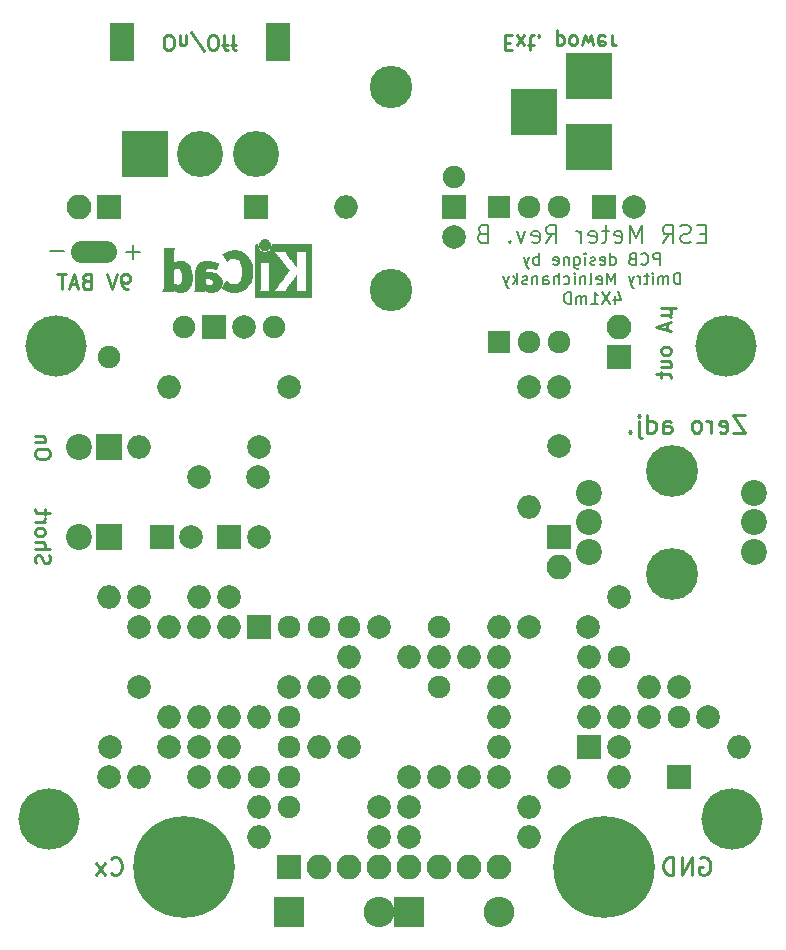
<source format=gbr>
G04 #@! TF.FileFunction,Soldermask,Bot*
%FSLAX46Y46*%
G04 Gerber Fmt 4.6, Leading zero omitted, Abs format (unit mm)*
G04 Created by KiCad (PCBNEW 4.0.7-e2-6376~61~ubuntu18.04.1) date Sat Sep  1 13:46:59 2018*
%MOMM*%
%LPD*%
G01*
G04 APERTURE LIST*
%ADD10C,0.100000*%
%ADD11C,0.200000*%
%ADD12C,0.250000*%
%ADD13C,0.150000*%
%ADD14C,0.010000*%
%ADD15C,5.200000*%
%ADD16C,2.200000*%
%ADD17O,4.400000X4.400000*%
%ADD18R,2.200000X2.200000*%
%ADD19R,2.100000X2.100000*%
%ADD20O,2.100000X2.100000*%
%ADD21C,2.000000*%
%ADD22O,2.000000X2.000000*%
%ADD23C,1.924000*%
%ADD24R,2.000000X2.000000*%
%ADD25C,1.920000*%
%ADD26R,1.920000X1.920000*%
%ADD27C,1.900000*%
%ADD28C,8.600000*%
%ADD29R,2.000000X3.250000*%
%ADD30R,3.900000X3.900000*%
%ADD31C,3.900000*%
%ADD32O,3.900000X1.900000*%
%ADD33R,2.600000X2.600000*%
%ADD34O,2.600000X2.600000*%
%ADD35C,3.600000*%
G04 APERTURE END LIST*
D10*
D11*
X180041142Y-65742357D02*
X179541142Y-65742357D01*
X179326856Y-66528071D02*
X180041142Y-66528071D01*
X180041142Y-65028071D01*
X179326856Y-65028071D01*
X178755428Y-66456643D02*
X178541142Y-66528071D01*
X178183999Y-66528071D01*
X178041142Y-66456643D01*
X177969713Y-66385214D01*
X177898285Y-66242357D01*
X177898285Y-66099500D01*
X177969713Y-65956643D01*
X178041142Y-65885214D01*
X178183999Y-65813786D01*
X178469713Y-65742357D01*
X178612571Y-65670929D01*
X178683999Y-65599500D01*
X178755428Y-65456643D01*
X178755428Y-65313786D01*
X178683999Y-65170929D01*
X178612571Y-65099500D01*
X178469713Y-65028071D01*
X178112571Y-65028071D01*
X177898285Y-65099500D01*
X176398285Y-66528071D02*
X176898285Y-65813786D01*
X177255428Y-66528071D02*
X177255428Y-65028071D01*
X176684000Y-65028071D01*
X176541142Y-65099500D01*
X176469714Y-65170929D01*
X176398285Y-65313786D01*
X176398285Y-65528071D01*
X176469714Y-65670929D01*
X176541142Y-65742357D01*
X176684000Y-65813786D01*
X177255428Y-65813786D01*
X174612571Y-66528071D02*
X174612571Y-65028071D01*
X174112571Y-66099500D01*
X173612571Y-65028071D01*
X173612571Y-66528071D01*
X172326857Y-66456643D02*
X172469714Y-66528071D01*
X172755428Y-66528071D01*
X172898285Y-66456643D01*
X172969714Y-66313786D01*
X172969714Y-65742357D01*
X172898285Y-65599500D01*
X172755428Y-65528071D01*
X172469714Y-65528071D01*
X172326857Y-65599500D01*
X172255428Y-65742357D01*
X172255428Y-65885214D01*
X172969714Y-66028071D01*
X171826857Y-65528071D02*
X171255428Y-65528071D01*
X171612571Y-65028071D02*
X171612571Y-66313786D01*
X171541143Y-66456643D01*
X171398285Y-66528071D01*
X171255428Y-66528071D01*
X170184000Y-66456643D02*
X170326857Y-66528071D01*
X170612571Y-66528071D01*
X170755428Y-66456643D01*
X170826857Y-66313786D01*
X170826857Y-65742357D01*
X170755428Y-65599500D01*
X170612571Y-65528071D01*
X170326857Y-65528071D01*
X170184000Y-65599500D01*
X170112571Y-65742357D01*
X170112571Y-65885214D01*
X170826857Y-66028071D01*
X169469714Y-66528071D02*
X169469714Y-65528071D01*
X169469714Y-65813786D02*
X169398286Y-65670929D01*
X169326857Y-65599500D01*
X169184000Y-65528071D01*
X169041143Y-65528071D01*
X166541143Y-66528071D02*
X167041143Y-65813786D01*
X167398286Y-66528071D02*
X167398286Y-65028071D01*
X166826858Y-65028071D01*
X166684000Y-65099500D01*
X166612572Y-65170929D01*
X166541143Y-65313786D01*
X166541143Y-65528071D01*
X166612572Y-65670929D01*
X166684000Y-65742357D01*
X166826858Y-65813786D01*
X167398286Y-65813786D01*
X165326858Y-66456643D02*
X165469715Y-66528071D01*
X165755429Y-66528071D01*
X165898286Y-66456643D01*
X165969715Y-66313786D01*
X165969715Y-65742357D01*
X165898286Y-65599500D01*
X165755429Y-65528071D01*
X165469715Y-65528071D01*
X165326858Y-65599500D01*
X165255429Y-65742357D01*
X165255429Y-65885214D01*
X165969715Y-66028071D01*
X164755429Y-65528071D02*
X164398286Y-66528071D01*
X164041144Y-65528071D01*
X163469715Y-66385214D02*
X163398287Y-66456643D01*
X163469715Y-66528071D01*
X163541144Y-66456643D01*
X163469715Y-66385214D01*
X163469715Y-66528071D01*
X161112572Y-65742357D02*
X160898286Y-65813786D01*
X160826858Y-65885214D01*
X160755429Y-66028071D01*
X160755429Y-66242357D01*
X160826858Y-66385214D01*
X160898286Y-66456643D01*
X161041144Y-66528071D01*
X161612572Y-66528071D01*
X161612572Y-65028071D01*
X161112572Y-65028071D01*
X160969715Y-65099500D01*
X160898286Y-65170929D01*
X160826858Y-65313786D01*
X160826858Y-65456643D01*
X160898286Y-65599500D01*
X160969715Y-65670929D01*
X161112572Y-65742357D01*
X161612572Y-65742357D01*
D12*
X179577857Y-118630000D02*
X179720714Y-118558571D01*
X179935000Y-118558571D01*
X180149285Y-118630000D01*
X180292143Y-118772857D01*
X180363571Y-118915714D01*
X180435000Y-119201429D01*
X180435000Y-119415714D01*
X180363571Y-119701429D01*
X180292143Y-119844286D01*
X180149285Y-119987143D01*
X179935000Y-120058571D01*
X179792143Y-120058571D01*
X179577857Y-119987143D01*
X179506428Y-119915714D01*
X179506428Y-119415714D01*
X179792143Y-119415714D01*
X178863571Y-120058571D02*
X178863571Y-118558571D01*
X178006428Y-120058571D01*
X178006428Y-118558571D01*
X177292142Y-120058571D02*
X177292142Y-118558571D01*
X176934999Y-118558571D01*
X176720714Y-118630000D01*
X176577856Y-118772857D01*
X176506428Y-118915714D01*
X176434999Y-119201429D01*
X176434999Y-119415714D01*
X176506428Y-119701429D01*
X176577856Y-119844286D01*
X176720714Y-119987143D01*
X176934999Y-120058571D01*
X177292142Y-120058571D01*
D11*
X131552143Y-67881428D02*
X131552143Y-66738571D01*
X132123571Y-67310000D02*
X130980714Y-67310000D01*
X125666428Y-67202857D02*
X124523571Y-67202857D01*
D13*
X176148286Y-68398381D02*
X176148286Y-67398381D01*
X175767333Y-67398381D01*
X175672095Y-67446000D01*
X175624476Y-67493619D01*
X175576857Y-67588857D01*
X175576857Y-67731714D01*
X175624476Y-67826952D01*
X175672095Y-67874571D01*
X175767333Y-67922190D01*
X176148286Y-67922190D01*
X174576857Y-68303143D02*
X174624476Y-68350762D01*
X174767333Y-68398381D01*
X174862571Y-68398381D01*
X175005429Y-68350762D01*
X175100667Y-68255524D01*
X175148286Y-68160286D01*
X175195905Y-67969810D01*
X175195905Y-67826952D01*
X175148286Y-67636476D01*
X175100667Y-67541238D01*
X175005429Y-67446000D01*
X174862571Y-67398381D01*
X174767333Y-67398381D01*
X174624476Y-67446000D01*
X174576857Y-67493619D01*
X173814952Y-67874571D02*
X173672095Y-67922190D01*
X173624476Y-67969810D01*
X173576857Y-68065048D01*
X173576857Y-68207905D01*
X173624476Y-68303143D01*
X173672095Y-68350762D01*
X173767333Y-68398381D01*
X174148286Y-68398381D01*
X174148286Y-67398381D01*
X173814952Y-67398381D01*
X173719714Y-67446000D01*
X173672095Y-67493619D01*
X173624476Y-67588857D01*
X173624476Y-67684095D01*
X173672095Y-67779333D01*
X173719714Y-67826952D01*
X173814952Y-67874571D01*
X174148286Y-67874571D01*
X171957809Y-68398381D02*
X171957809Y-67398381D01*
X171957809Y-68350762D02*
X172053047Y-68398381D01*
X172243524Y-68398381D01*
X172338762Y-68350762D01*
X172386381Y-68303143D01*
X172434000Y-68207905D01*
X172434000Y-67922190D01*
X172386381Y-67826952D01*
X172338762Y-67779333D01*
X172243524Y-67731714D01*
X172053047Y-67731714D01*
X171957809Y-67779333D01*
X171100666Y-68350762D02*
X171195904Y-68398381D01*
X171386381Y-68398381D01*
X171481619Y-68350762D01*
X171529238Y-68255524D01*
X171529238Y-67874571D01*
X171481619Y-67779333D01*
X171386381Y-67731714D01*
X171195904Y-67731714D01*
X171100666Y-67779333D01*
X171053047Y-67874571D01*
X171053047Y-67969810D01*
X171529238Y-68065048D01*
X170672095Y-68350762D02*
X170576857Y-68398381D01*
X170386381Y-68398381D01*
X170291142Y-68350762D01*
X170243523Y-68255524D01*
X170243523Y-68207905D01*
X170291142Y-68112667D01*
X170386381Y-68065048D01*
X170529238Y-68065048D01*
X170624476Y-68017429D01*
X170672095Y-67922190D01*
X170672095Y-67874571D01*
X170624476Y-67779333D01*
X170529238Y-67731714D01*
X170386381Y-67731714D01*
X170291142Y-67779333D01*
X169814952Y-68398381D02*
X169814952Y-67731714D01*
X169814952Y-67398381D02*
X169862571Y-67446000D01*
X169814952Y-67493619D01*
X169767333Y-67446000D01*
X169814952Y-67398381D01*
X169814952Y-67493619D01*
X168910190Y-67731714D02*
X168910190Y-68541238D01*
X168957809Y-68636476D01*
X169005428Y-68684095D01*
X169100667Y-68731714D01*
X169243524Y-68731714D01*
X169338762Y-68684095D01*
X168910190Y-68350762D02*
X169005428Y-68398381D01*
X169195905Y-68398381D01*
X169291143Y-68350762D01*
X169338762Y-68303143D01*
X169386381Y-68207905D01*
X169386381Y-67922190D01*
X169338762Y-67826952D01*
X169291143Y-67779333D01*
X169195905Y-67731714D01*
X169005428Y-67731714D01*
X168910190Y-67779333D01*
X168434000Y-67731714D02*
X168434000Y-68398381D01*
X168434000Y-67826952D02*
X168386381Y-67779333D01*
X168291143Y-67731714D01*
X168148285Y-67731714D01*
X168053047Y-67779333D01*
X168005428Y-67874571D01*
X168005428Y-68398381D01*
X167148285Y-68350762D02*
X167243523Y-68398381D01*
X167434000Y-68398381D01*
X167529238Y-68350762D01*
X167576857Y-68255524D01*
X167576857Y-67874571D01*
X167529238Y-67779333D01*
X167434000Y-67731714D01*
X167243523Y-67731714D01*
X167148285Y-67779333D01*
X167100666Y-67874571D01*
X167100666Y-67969810D01*
X167576857Y-68065048D01*
X165910190Y-68398381D02*
X165910190Y-67398381D01*
X165910190Y-67779333D02*
X165814952Y-67731714D01*
X165624475Y-67731714D01*
X165529237Y-67779333D01*
X165481618Y-67826952D01*
X165433999Y-67922190D01*
X165433999Y-68207905D01*
X165481618Y-68303143D01*
X165529237Y-68350762D01*
X165624475Y-68398381D01*
X165814952Y-68398381D01*
X165910190Y-68350762D01*
X165100666Y-67731714D02*
X164862571Y-68398381D01*
X164624475Y-67731714D02*
X164862571Y-68398381D01*
X164957809Y-68636476D01*
X165005428Y-68684095D01*
X165100666Y-68731714D01*
X177886382Y-70048381D02*
X177886382Y-69048381D01*
X177648287Y-69048381D01*
X177505429Y-69096000D01*
X177410191Y-69191238D01*
X177362572Y-69286476D01*
X177314953Y-69476952D01*
X177314953Y-69619810D01*
X177362572Y-69810286D01*
X177410191Y-69905524D01*
X177505429Y-70000762D01*
X177648287Y-70048381D01*
X177886382Y-70048381D01*
X176886382Y-70048381D02*
X176886382Y-69381714D01*
X176886382Y-69476952D02*
X176838763Y-69429333D01*
X176743525Y-69381714D01*
X176600667Y-69381714D01*
X176505429Y-69429333D01*
X176457810Y-69524571D01*
X176457810Y-70048381D01*
X176457810Y-69524571D02*
X176410191Y-69429333D01*
X176314953Y-69381714D01*
X176172096Y-69381714D01*
X176076858Y-69429333D01*
X176029239Y-69524571D01*
X176029239Y-70048381D01*
X175553049Y-70048381D02*
X175553049Y-69381714D01*
X175553049Y-69048381D02*
X175600668Y-69096000D01*
X175553049Y-69143619D01*
X175505430Y-69096000D01*
X175553049Y-69048381D01*
X175553049Y-69143619D01*
X175219716Y-69381714D02*
X174838764Y-69381714D01*
X175076859Y-69048381D02*
X175076859Y-69905524D01*
X175029240Y-70000762D01*
X174934002Y-70048381D01*
X174838764Y-70048381D01*
X174505430Y-70048381D02*
X174505430Y-69381714D01*
X174505430Y-69572190D02*
X174457811Y-69476952D01*
X174410192Y-69429333D01*
X174314954Y-69381714D01*
X174219715Y-69381714D01*
X173981620Y-69381714D02*
X173743525Y-70048381D01*
X173505429Y-69381714D02*
X173743525Y-70048381D01*
X173838763Y-70286476D01*
X173886382Y-70334095D01*
X173981620Y-70381714D01*
X172362572Y-70048381D02*
X172362572Y-69048381D01*
X172029238Y-69762667D01*
X171695905Y-69048381D01*
X171695905Y-70048381D01*
X170838762Y-70000762D02*
X170934000Y-70048381D01*
X171124477Y-70048381D01*
X171219715Y-70000762D01*
X171267334Y-69905524D01*
X171267334Y-69524571D01*
X171219715Y-69429333D01*
X171124477Y-69381714D01*
X170934000Y-69381714D01*
X170838762Y-69429333D01*
X170791143Y-69524571D01*
X170791143Y-69619810D01*
X171267334Y-69715048D01*
X170219715Y-70048381D02*
X170314953Y-70000762D01*
X170362572Y-69905524D01*
X170362572Y-69048381D01*
X169838762Y-69381714D02*
X169838762Y-70048381D01*
X169838762Y-69476952D02*
X169791143Y-69429333D01*
X169695905Y-69381714D01*
X169553047Y-69381714D01*
X169457809Y-69429333D01*
X169410190Y-69524571D01*
X169410190Y-70048381D01*
X168934000Y-70048381D02*
X168934000Y-69381714D01*
X168934000Y-69048381D02*
X168981619Y-69096000D01*
X168934000Y-69143619D01*
X168886381Y-69096000D01*
X168934000Y-69048381D01*
X168934000Y-69143619D01*
X168029238Y-70000762D02*
X168124476Y-70048381D01*
X168314953Y-70048381D01*
X168410191Y-70000762D01*
X168457810Y-69953143D01*
X168505429Y-69857905D01*
X168505429Y-69572190D01*
X168457810Y-69476952D01*
X168410191Y-69429333D01*
X168314953Y-69381714D01*
X168124476Y-69381714D01*
X168029238Y-69429333D01*
X167600667Y-70048381D02*
X167600667Y-69048381D01*
X167172095Y-70048381D02*
X167172095Y-69524571D01*
X167219714Y-69429333D01*
X167314952Y-69381714D01*
X167457810Y-69381714D01*
X167553048Y-69429333D01*
X167600667Y-69476952D01*
X166267333Y-70048381D02*
X166267333Y-69524571D01*
X166314952Y-69429333D01*
X166410190Y-69381714D01*
X166600667Y-69381714D01*
X166695905Y-69429333D01*
X166267333Y-70000762D02*
X166362571Y-70048381D01*
X166600667Y-70048381D01*
X166695905Y-70000762D01*
X166743524Y-69905524D01*
X166743524Y-69810286D01*
X166695905Y-69715048D01*
X166600667Y-69667429D01*
X166362571Y-69667429D01*
X166267333Y-69619810D01*
X165791143Y-69381714D02*
X165791143Y-70048381D01*
X165791143Y-69476952D02*
X165743524Y-69429333D01*
X165648286Y-69381714D01*
X165505428Y-69381714D01*
X165410190Y-69429333D01*
X165362571Y-69524571D01*
X165362571Y-70048381D01*
X164934000Y-70000762D02*
X164838762Y-70048381D01*
X164648286Y-70048381D01*
X164553047Y-70000762D01*
X164505428Y-69905524D01*
X164505428Y-69857905D01*
X164553047Y-69762667D01*
X164648286Y-69715048D01*
X164791143Y-69715048D01*
X164886381Y-69667429D01*
X164934000Y-69572190D01*
X164934000Y-69524571D01*
X164886381Y-69429333D01*
X164791143Y-69381714D01*
X164648286Y-69381714D01*
X164553047Y-69429333D01*
X164076857Y-70048381D02*
X164076857Y-69048381D01*
X163981619Y-69667429D02*
X163695904Y-70048381D01*
X163695904Y-69381714D02*
X164076857Y-69762667D01*
X163362571Y-69381714D02*
X163124476Y-70048381D01*
X162886380Y-69381714D02*
X163124476Y-70048381D01*
X163219714Y-70286476D01*
X163267333Y-70334095D01*
X163362571Y-70381714D01*
X172362571Y-71031714D02*
X172362571Y-71698381D01*
X172600667Y-70650762D02*
X172838762Y-71365048D01*
X172219714Y-71365048D01*
X171934000Y-70698381D02*
X171267333Y-71698381D01*
X171267333Y-70698381D02*
X171934000Y-71698381D01*
X170362571Y-71698381D02*
X170934000Y-71698381D01*
X170648286Y-71698381D02*
X170648286Y-70698381D01*
X170743524Y-70841238D01*
X170838762Y-70936476D01*
X170934000Y-70984095D01*
X169934000Y-71698381D02*
X169934000Y-71031714D01*
X169934000Y-71126952D02*
X169886381Y-71079333D01*
X169791143Y-71031714D01*
X169648285Y-71031714D01*
X169553047Y-71079333D01*
X169505428Y-71174571D01*
X169505428Y-71698381D01*
X169505428Y-71174571D02*
X169457809Y-71079333D01*
X169362571Y-71031714D01*
X169219714Y-71031714D01*
X169124476Y-71079333D01*
X169076857Y-71174571D01*
X169076857Y-71698381D01*
X168600667Y-71698381D02*
X168600667Y-70698381D01*
X168362572Y-70698381D01*
X168219714Y-70746000D01*
X168124476Y-70841238D01*
X168076857Y-70936476D01*
X168029238Y-71126952D01*
X168029238Y-71269810D01*
X168076857Y-71460286D01*
X168124476Y-71555524D01*
X168219714Y-71650762D01*
X168362572Y-71698381D01*
X168600667Y-71698381D01*
D12*
X129682857Y-119915714D02*
X129754286Y-119987143D01*
X129968572Y-120058571D01*
X130111429Y-120058571D01*
X130325714Y-119987143D01*
X130468572Y-119844286D01*
X130540000Y-119701429D01*
X130611429Y-119415714D01*
X130611429Y-119201429D01*
X130540000Y-118915714D01*
X130468572Y-118772857D01*
X130325714Y-118630000D01*
X130111429Y-118558571D01*
X129968572Y-118558571D01*
X129754286Y-118630000D01*
X129682857Y-118701429D01*
X129182857Y-120058571D02*
X128397143Y-119058571D01*
X129182857Y-119058571D02*
X128397143Y-120058571D01*
X123319048Y-93672143D02*
X123259524Y-93493571D01*
X123259524Y-93195952D01*
X123319048Y-93076905D01*
X123378571Y-93017381D01*
X123497619Y-92957857D01*
X123616667Y-92957857D01*
X123735714Y-93017381D01*
X123795238Y-93076905D01*
X123854762Y-93195952D01*
X123914286Y-93434048D01*
X123973810Y-93553095D01*
X124033333Y-93612619D01*
X124152381Y-93672143D01*
X124271429Y-93672143D01*
X124390476Y-93612619D01*
X124450000Y-93553095D01*
X124509524Y-93434048D01*
X124509524Y-93136428D01*
X124450000Y-92957857D01*
X123259524Y-92422143D02*
X124509524Y-92422143D01*
X123259524Y-91886429D02*
X123914286Y-91886429D01*
X124033333Y-91945952D01*
X124092857Y-92065000D01*
X124092857Y-92243572D01*
X124033333Y-92362619D01*
X123973810Y-92422143D01*
X123259524Y-91112620D02*
X123319048Y-91231667D01*
X123378571Y-91291191D01*
X123497619Y-91350715D01*
X123854762Y-91350715D01*
X123973810Y-91291191D01*
X124033333Y-91231667D01*
X124092857Y-91112620D01*
X124092857Y-90934048D01*
X124033333Y-90815000D01*
X123973810Y-90755477D01*
X123854762Y-90695953D01*
X123497619Y-90695953D01*
X123378571Y-90755477D01*
X123319048Y-90815000D01*
X123259524Y-90934048D01*
X123259524Y-91112620D01*
X123259524Y-90160239D02*
X124092857Y-90160239D01*
X123854762Y-90160239D02*
X123973810Y-90100715D01*
X124033333Y-90041191D01*
X124092857Y-89922144D01*
X124092857Y-89803096D01*
X124092857Y-89565000D02*
X124092857Y-89088810D01*
X124509524Y-89386429D02*
X123438095Y-89386429D01*
X123319048Y-89326905D01*
X123259524Y-89207858D01*
X123259524Y-89088810D01*
X124509524Y-84504524D02*
X124509524Y-84266428D01*
X124450000Y-84147381D01*
X124330952Y-84028333D01*
X124092857Y-83968809D01*
X123676190Y-83968809D01*
X123438095Y-84028333D01*
X123319048Y-84147381D01*
X123259524Y-84266428D01*
X123259524Y-84504524D01*
X123319048Y-84623571D01*
X123438095Y-84742619D01*
X123676190Y-84802143D01*
X124092857Y-84802143D01*
X124330952Y-84742619D01*
X124450000Y-84623571D01*
X124509524Y-84504524D01*
X124092857Y-83433095D02*
X123259524Y-83433095D01*
X123973810Y-83433095D02*
X124033333Y-83373571D01*
X124092857Y-83254524D01*
X124092857Y-83075952D01*
X124033333Y-82956904D01*
X123914286Y-82897381D01*
X123259524Y-82897381D01*
X134451666Y-50214524D02*
X134689762Y-50214524D01*
X134808809Y-50155000D01*
X134927857Y-50035952D01*
X134987381Y-49797857D01*
X134987381Y-49381190D01*
X134927857Y-49143095D01*
X134808809Y-49024048D01*
X134689762Y-48964524D01*
X134451666Y-48964524D01*
X134332619Y-49024048D01*
X134213571Y-49143095D01*
X134154047Y-49381190D01*
X134154047Y-49797857D01*
X134213571Y-50035952D01*
X134332619Y-50155000D01*
X134451666Y-50214524D01*
X135523095Y-49797857D02*
X135523095Y-48964524D01*
X135523095Y-49678810D02*
X135582619Y-49738333D01*
X135701666Y-49797857D01*
X135880238Y-49797857D01*
X135999286Y-49738333D01*
X136058809Y-49619286D01*
X136058809Y-48964524D01*
X137546904Y-50274048D02*
X136475476Y-48666905D01*
X138201666Y-50214524D02*
X138439762Y-50214524D01*
X138558809Y-50155000D01*
X138677857Y-50035952D01*
X138737381Y-49797857D01*
X138737381Y-49381190D01*
X138677857Y-49143095D01*
X138558809Y-49024048D01*
X138439762Y-48964524D01*
X138201666Y-48964524D01*
X138082619Y-49024048D01*
X137963571Y-49143095D01*
X137904047Y-49381190D01*
X137904047Y-49797857D01*
X137963571Y-50035952D01*
X138082619Y-50155000D01*
X138201666Y-50214524D01*
X139094524Y-49797857D02*
X139570714Y-49797857D01*
X139273095Y-48964524D02*
X139273095Y-50035952D01*
X139332619Y-50155000D01*
X139451666Y-50214524D01*
X139570714Y-50214524D01*
X139808810Y-49797857D02*
X140285000Y-49797857D01*
X139987381Y-48964524D02*
X139987381Y-50035952D01*
X140046905Y-50155000D01*
X140165952Y-50214524D01*
X140285000Y-50214524D01*
X163026905Y-49619286D02*
X163443572Y-49619286D01*
X163622143Y-48964524D02*
X163026905Y-48964524D01*
X163026905Y-50214524D01*
X163622143Y-50214524D01*
X164038809Y-48964524D02*
X164693571Y-49797857D01*
X164038809Y-49797857D02*
X164693571Y-48964524D01*
X164991191Y-49797857D02*
X165467381Y-49797857D01*
X165169762Y-50214524D02*
X165169762Y-49143095D01*
X165229286Y-49024048D01*
X165348333Y-48964524D01*
X165467381Y-48964524D01*
X165884048Y-49083571D02*
X165943572Y-49024048D01*
X165884048Y-48964524D01*
X165824524Y-49024048D01*
X165884048Y-49083571D01*
X165884048Y-48964524D01*
X167431667Y-49797857D02*
X167431667Y-48547857D01*
X167431667Y-49738333D02*
X167550715Y-49797857D01*
X167788810Y-49797857D01*
X167907858Y-49738333D01*
X167967381Y-49678810D01*
X168026905Y-49559762D01*
X168026905Y-49202619D01*
X167967381Y-49083571D01*
X167907858Y-49024048D01*
X167788810Y-48964524D01*
X167550715Y-48964524D01*
X167431667Y-49024048D01*
X168741190Y-48964524D02*
X168622143Y-49024048D01*
X168562619Y-49083571D01*
X168503095Y-49202619D01*
X168503095Y-49559762D01*
X168562619Y-49678810D01*
X168622143Y-49738333D01*
X168741190Y-49797857D01*
X168919762Y-49797857D01*
X169038810Y-49738333D01*
X169098333Y-49678810D01*
X169157857Y-49559762D01*
X169157857Y-49202619D01*
X169098333Y-49083571D01*
X169038810Y-49024048D01*
X168919762Y-48964524D01*
X168741190Y-48964524D01*
X169574523Y-49797857D02*
X169812619Y-48964524D01*
X170050714Y-49559762D01*
X170288809Y-48964524D01*
X170526904Y-49797857D01*
X171479286Y-49024048D02*
X171360238Y-48964524D01*
X171122143Y-48964524D01*
X171003095Y-49024048D01*
X170943571Y-49143095D01*
X170943571Y-49619286D01*
X171003095Y-49738333D01*
X171122143Y-49797857D01*
X171360238Y-49797857D01*
X171479286Y-49738333D01*
X171538809Y-49619286D01*
X171538809Y-49500238D01*
X170943571Y-49381190D01*
X172074524Y-48964524D02*
X172074524Y-49797857D01*
X172074524Y-49559762D02*
X172134048Y-49678810D01*
X172193572Y-49738333D01*
X172312619Y-49797857D01*
X172431667Y-49797857D01*
X131156905Y-70415476D02*
X130918810Y-70415476D01*
X130799762Y-70355952D01*
X130740238Y-70296429D01*
X130621191Y-70117857D01*
X130561667Y-69879762D01*
X130561667Y-69403571D01*
X130621191Y-69284524D01*
X130680715Y-69225000D01*
X130799762Y-69165476D01*
X131037858Y-69165476D01*
X131156905Y-69225000D01*
X131216429Y-69284524D01*
X131275953Y-69403571D01*
X131275953Y-69701190D01*
X131216429Y-69820238D01*
X131156905Y-69879762D01*
X131037858Y-69939286D01*
X130799762Y-69939286D01*
X130680715Y-69879762D01*
X130621191Y-69820238D01*
X130561667Y-69701190D01*
X130204524Y-69165476D02*
X129787858Y-70415476D01*
X129371191Y-69165476D01*
X127585476Y-69760714D02*
X127406905Y-69820238D01*
X127347381Y-69879762D01*
X127287857Y-69998810D01*
X127287857Y-70177381D01*
X127347381Y-70296429D01*
X127406905Y-70355952D01*
X127525952Y-70415476D01*
X128002143Y-70415476D01*
X128002143Y-69165476D01*
X127585476Y-69165476D01*
X127466429Y-69225000D01*
X127406905Y-69284524D01*
X127347381Y-69403571D01*
X127347381Y-69522619D01*
X127406905Y-69641667D01*
X127466429Y-69701190D01*
X127585476Y-69760714D01*
X128002143Y-69760714D01*
X126811667Y-70058333D02*
X126216429Y-70058333D01*
X126930714Y-70415476D02*
X126514048Y-69165476D01*
X126097381Y-70415476D01*
X125859285Y-69165476D02*
X125145000Y-69165476D01*
X125502143Y-70415476D02*
X125502143Y-69165476D01*
X176262143Y-72072857D02*
X177512143Y-72072857D01*
X176916905Y-72668095D02*
X177035952Y-72727619D01*
X177095476Y-72846667D01*
X176916905Y-72072857D02*
X177035952Y-72132381D01*
X177095476Y-72251428D01*
X177095476Y-72489524D01*
X177035952Y-72608571D01*
X176916905Y-72668095D01*
X176262143Y-72668095D01*
X176738333Y-73322857D02*
X176738333Y-73918095D01*
X177095476Y-73203810D02*
X175845476Y-73620476D01*
X177095476Y-74037143D01*
X177095476Y-75584762D02*
X177035952Y-75465715D01*
X176976429Y-75406191D01*
X176857381Y-75346667D01*
X176500238Y-75346667D01*
X176381190Y-75406191D01*
X176321667Y-75465715D01*
X176262143Y-75584762D01*
X176262143Y-75763334D01*
X176321667Y-75882382D01*
X176381190Y-75941905D01*
X176500238Y-76001429D01*
X176857381Y-76001429D01*
X176976429Y-75941905D01*
X177035952Y-75882382D01*
X177095476Y-75763334D01*
X177095476Y-75584762D01*
X176262143Y-77072857D02*
X177095476Y-77072857D01*
X176262143Y-76537143D02*
X176916905Y-76537143D01*
X177035952Y-76596667D01*
X177095476Y-76715714D01*
X177095476Y-76894286D01*
X177035952Y-77013334D01*
X176976429Y-77072857D01*
X176262143Y-77489524D02*
X176262143Y-77965714D01*
X175845476Y-77668095D02*
X176916905Y-77668095D01*
X177035952Y-77727619D01*
X177095476Y-77846666D01*
X177095476Y-77965714D01*
X183363571Y-81093571D02*
X182363571Y-81093571D01*
X183363571Y-82593571D01*
X182363571Y-82593571D01*
X181220715Y-82522143D02*
X181363572Y-82593571D01*
X181649286Y-82593571D01*
X181792143Y-82522143D01*
X181863572Y-82379286D01*
X181863572Y-81807857D01*
X181792143Y-81665000D01*
X181649286Y-81593571D01*
X181363572Y-81593571D01*
X181220715Y-81665000D01*
X181149286Y-81807857D01*
X181149286Y-81950714D01*
X181863572Y-82093571D01*
X180506429Y-82593571D02*
X180506429Y-81593571D01*
X180506429Y-81879286D02*
X180435001Y-81736429D01*
X180363572Y-81665000D01*
X180220715Y-81593571D01*
X180077858Y-81593571D01*
X179363572Y-82593571D02*
X179506430Y-82522143D01*
X179577858Y-82450714D01*
X179649287Y-82307857D01*
X179649287Y-81879286D01*
X179577858Y-81736429D01*
X179506430Y-81665000D01*
X179363572Y-81593571D01*
X179149287Y-81593571D01*
X179006430Y-81665000D01*
X178935001Y-81736429D01*
X178863572Y-81879286D01*
X178863572Y-82307857D01*
X178935001Y-82450714D01*
X179006430Y-82522143D01*
X179149287Y-82593571D01*
X179363572Y-82593571D01*
X176435001Y-82593571D02*
X176435001Y-81807857D01*
X176506430Y-81665000D01*
X176649287Y-81593571D01*
X176935001Y-81593571D01*
X177077858Y-81665000D01*
X176435001Y-82522143D02*
X176577858Y-82593571D01*
X176935001Y-82593571D01*
X177077858Y-82522143D01*
X177149287Y-82379286D01*
X177149287Y-82236429D01*
X177077858Y-82093571D01*
X176935001Y-82022143D01*
X176577858Y-82022143D01*
X176435001Y-81950714D01*
X175077858Y-82593571D02*
X175077858Y-81093571D01*
X175077858Y-82522143D02*
X175220715Y-82593571D01*
X175506429Y-82593571D01*
X175649287Y-82522143D01*
X175720715Y-82450714D01*
X175792144Y-82307857D01*
X175792144Y-81879286D01*
X175720715Y-81736429D01*
X175649287Y-81665000D01*
X175506429Y-81593571D01*
X175220715Y-81593571D01*
X175077858Y-81665000D01*
X174363572Y-81593571D02*
X174363572Y-82879286D01*
X174435001Y-83022143D01*
X174577858Y-83093571D01*
X174649286Y-83093571D01*
X174363572Y-81093571D02*
X174435001Y-81165000D01*
X174363572Y-81236429D01*
X174292144Y-81165000D01*
X174363572Y-81093571D01*
X174363572Y-81236429D01*
X173649286Y-82450714D02*
X173577858Y-82522143D01*
X173649286Y-82593571D01*
X173720715Y-82522143D01*
X173649286Y-82450714D01*
X173649286Y-82593571D01*
D14*
G36*
X143281400Y-66704054D02*
X143270535Y-66817993D01*
X143238918Y-66925616D01*
X143188015Y-67024615D01*
X143119293Y-67112684D01*
X143034219Y-67187516D01*
X142937232Y-67245384D01*
X142830964Y-67285005D01*
X142723950Y-67303573D01*
X142618300Y-67302434D01*
X142516125Y-67282930D01*
X142419534Y-67246406D01*
X142330638Y-67194205D01*
X142251546Y-67127673D01*
X142184369Y-67048152D01*
X142131217Y-66956987D01*
X142094199Y-66855523D01*
X142075427Y-66745102D01*
X142073489Y-66695206D01*
X142073489Y-66607267D01*
X142021560Y-66607267D01*
X141985253Y-66610111D01*
X141958355Y-66621911D01*
X141931249Y-66645649D01*
X141892867Y-66684031D01*
X141892867Y-68875602D01*
X141892876Y-69137739D01*
X141892908Y-69378241D01*
X141892972Y-69598048D01*
X141893076Y-69798101D01*
X141893227Y-69979344D01*
X141893434Y-70142716D01*
X141893706Y-70289160D01*
X141894050Y-70419617D01*
X141894474Y-70535029D01*
X141894987Y-70636338D01*
X141895597Y-70724484D01*
X141896312Y-70800410D01*
X141897140Y-70865057D01*
X141898089Y-70919367D01*
X141899167Y-70964280D01*
X141900383Y-71000740D01*
X141901745Y-71029687D01*
X141903261Y-71052063D01*
X141904938Y-71068809D01*
X141906786Y-71080868D01*
X141908813Y-71089180D01*
X141911025Y-71094687D01*
X141912108Y-71096537D01*
X141916271Y-71103549D01*
X141919805Y-71109996D01*
X141923635Y-71115900D01*
X141928682Y-71121286D01*
X141935871Y-71126178D01*
X141946123Y-71130598D01*
X141960364Y-71134572D01*
X141979514Y-71138121D01*
X142004499Y-71141270D01*
X142036240Y-71144042D01*
X142075662Y-71146461D01*
X142123686Y-71148551D01*
X142181237Y-71150335D01*
X142249237Y-71151837D01*
X142328610Y-71153080D01*
X142420279Y-71154089D01*
X142525166Y-71154885D01*
X142644196Y-71155494D01*
X142778290Y-71155939D01*
X142928373Y-71156243D01*
X143095367Y-71156430D01*
X143280196Y-71156524D01*
X143483783Y-71156548D01*
X143707050Y-71156525D01*
X143950922Y-71156480D01*
X144216321Y-71156437D01*
X144254704Y-71156432D01*
X144521682Y-71156389D01*
X144767002Y-71156318D01*
X144991583Y-71156213D01*
X145196345Y-71156066D01*
X145382206Y-71155869D01*
X145550088Y-71155616D01*
X145700908Y-71155300D01*
X145835587Y-71154913D01*
X145955044Y-71154447D01*
X146060199Y-71153897D01*
X146151971Y-71153253D01*
X146231279Y-71152511D01*
X146299043Y-71151661D01*
X146356182Y-71150697D01*
X146403617Y-71149611D01*
X146442266Y-71148397D01*
X146473049Y-71147047D01*
X146496885Y-71145555D01*
X146514694Y-71143911D01*
X146527395Y-71142111D01*
X146535908Y-71140145D01*
X146540266Y-71138477D01*
X146548728Y-71134906D01*
X146556497Y-71132270D01*
X146563602Y-71129634D01*
X146570073Y-71126062D01*
X146575939Y-71120621D01*
X146581229Y-71112375D01*
X146585974Y-71100390D01*
X146590202Y-71083731D01*
X146593943Y-71061463D01*
X146597227Y-71032652D01*
X146600083Y-70996363D01*
X146602540Y-70951661D01*
X146604629Y-70897611D01*
X146606378Y-70833279D01*
X146607817Y-70757730D01*
X146608976Y-70670030D01*
X146609883Y-70569243D01*
X146610569Y-70454434D01*
X146611063Y-70324670D01*
X146611395Y-70179015D01*
X146611593Y-70016535D01*
X146611687Y-69836295D01*
X146611708Y-69637360D01*
X146611685Y-69418796D01*
X146611646Y-69179668D01*
X146611622Y-68919040D01*
X146611622Y-68876889D01*
X146611636Y-68613992D01*
X146611661Y-68372732D01*
X146611671Y-68152165D01*
X146611642Y-67951352D01*
X146611548Y-67769349D01*
X146611362Y-67605216D01*
X146611059Y-67458011D01*
X146610614Y-67326792D01*
X146610034Y-67216867D01*
X146307197Y-67216867D01*
X146267407Y-67274711D01*
X146256236Y-67290479D01*
X146246166Y-67304441D01*
X146237138Y-67317784D01*
X146229097Y-67331693D01*
X146221986Y-67347356D01*
X146215747Y-67365958D01*
X146210325Y-67388686D01*
X146205662Y-67416727D01*
X146201701Y-67451267D01*
X146198385Y-67493492D01*
X146195659Y-67544589D01*
X146193464Y-67605744D01*
X146191745Y-67678144D01*
X146190444Y-67762975D01*
X146189505Y-67861422D01*
X146188870Y-67974674D01*
X146188484Y-68103916D01*
X146188288Y-68250334D01*
X146188227Y-68415116D01*
X146188243Y-68599447D01*
X146188280Y-68804513D01*
X146188289Y-68927133D01*
X146188265Y-69144082D01*
X146188231Y-69339642D01*
X146188243Y-69514999D01*
X146188358Y-69671341D01*
X146188630Y-69809857D01*
X146189118Y-69931734D01*
X146189876Y-70038160D01*
X146190962Y-70130322D01*
X146192431Y-70209409D01*
X146194340Y-70276608D01*
X146196744Y-70333107D01*
X146199701Y-70380093D01*
X146203266Y-70418755D01*
X146207495Y-70450280D01*
X146212446Y-70475855D01*
X146218173Y-70496670D01*
X146224733Y-70513911D01*
X146232183Y-70528765D01*
X146240579Y-70542422D01*
X146249976Y-70556069D01*
X146260432Y-70570893D01*
X146266523Y-70579783D01*
X146305296Y-70637400D01*
X145773732Y-70637400D01*
X145650483Y-70637365D01*
X145547987Y-70637215D01*
X145464420Y-70636878D01*
X145397956Y-70636286D01*
X145346771Y-70635367D01*
X145309041Y-70634051D01*
X145282940Y-70632269D01*
X145266644Y-70629951D01*
X145258328Y-70627026D01*
X145256168Y-70623424D01*
X145258339Y-70619075D01*
X145259535Y-70617645D01*
X145284685Y-70580573D01*
X145310583Y-70527772D01*
X145334192Y-70465770D01*
X145342461Y-70439357D01*
X145347078Y-70421416D01*
X145350979Y-70400355D01*
X145354248Y-70374089D01*
X145356966Y-70340532D01*
X145359215Y-70297599D01*
X145361077Y-70243204D01*
X145362636Y-70175262D01*
X145363972Y-70091688D01*
X145365169Y-69990395D01*
X145366308Y-69869300D01*
X145366685Y-69824600D01*
X145367702Y-69699449D01*
X145368460Y-69595082D01*
X145368903Y-69509707D01*
X145368970Y-69441533D01*
X145368605Y-69388765D01*
X145367748Y-69349614D01*
X145366341Y-69322285D01*
X145364325Y-69304986D01*
X145361643Y-69295926D01*
X145358236Y-69293312D01*
X145354044Y-69295351D01*
X145349571Y-69299667D01*
X145339216Y-69312602D01*
X145317158Y-69341676D01*
X145284957Y-69384759D01*
X145244174Y-69439718D01*
X145196370Y-69504423D01*
X145143105Y-69576742D01*
X145085940Y-69654544D01*
X145026437Y-69735698D01*
X144966155Y-69818072D01*
X144906655Y-69899536D01*
X144849498Y-69977957D01*
X144796245Y-70051204D01*
X144748457Y-70117147D01*
X144707693Y-70173654D01*
X144675516Y-70218593D01*
X144653485Y-70249834D01*
X144648917Y-70256466D01*
X144625996Y-70293369D01*
X144599188Y-70341359D01*
X144573789Y-70390897D01*
X144570568Y-70397577D01*
X144548890Y-70445772D01*
X144536304Y-70483334D01*
X144530574Y-70519160D01*
X144529456Y-70561200D01*
X144530090Y-70637400D01*
X143375651Y-70637400D01*
X143466815Y-70543669D01*
X143513612Y-70493775D01*
X143563899Y-70437295D01*
X143609944Y-70383026D01*
X143630369Y-70357673D01*
X143660807Y-70318128D01*
X143700862Y-70264916D01*
X143749361Y-70199667D01*
X143805135Y-70124011D01*
X143867011Y-70039577D01*
X143933819Y-69947994D01*
X144004387Y-69850892D01*
X144077545Y-69749901D01*
X144152121Y-69646650D01*
X144226944Y-69542768D01*
X144300843Y-69439885D01*
X144372646Y-69339631D01*
X144441184Y-69243636D01*
X144505284Y-69153527D01*
X144563775Y-69070936D01*
X144615486Y-68997492D01*
X144659247Y-68934824D01*
X144693885Y-68884561D01*
X144718230Y-68848334D01*
X144731111Y-68827771D01*
X144732869Y-68823668D01*
X144724910Y-68812342D01*
X144704115Y-68785162D01*
X144671847Y-68743829D01*
X144629470Y-68690044D01*
X144578347Y-68625506D01*
X144519841Y-68551918D01*
X144455314Y-68470978D01*
X144386131Y-68384388D01*
X144313653Y-68293848D01*
X144239246Y-68201060D01*
X144179517Y-68126702D01*
X143168511Y-68126702D01*
X143162602Y-68139659D01*
X143148272Y-68161908D01*
X143147225Y-68163391D01*
X143128438Y-68193544D01*
X143108791Y-68230375D01*
X143104892Y-68238511D01*
X143101356Y-68246940D01*
X143098230Y-68257059D01*
X143095486Y-68270260D01*
X143093092Y-68287938D01*
X143091019Y-68311484D01*
X143089235Y-68342293D01*
X143087712Y-68381757D01*
X143086419Y-68431269D01*
X143085326Y-68492223D01*
X143084403Y-68566011D01*
X143083619Y-68654028D01*
X143082945Y-68757665D01*
X143082350Y-68878316D01*
X143081805Y-69017374D01*
X143081279Y-69176232D01*
X143080745Y-69355089D01*
X143080206Y-69540207D01*
X143079772Y-69704145D01*
X143079509Y-69848303D01*
X143079484Y-69974079D01*
X143079765Y-70082871D01*
X143080419Y-70176077D01*
X143081514Y-70255097D01*
X143083118Y-70321328D01*
X143085297Y-70376170D01*
X143088119Y-70421021D01*
X143091651Y-70457278D01*
X143095961Y-70486341D01*
X143101117Y-70509609D01*
X143107185Y-70528479D01*
X143114233Y-70544351D01*
X143122329Y-70558622D01*
X143131540Y-70572691D01*
X143140040Y-70585158D01*
X143157176Y-70611452D01*
X143167322Y-70629037D01*
X143168511Y-70632257D01*
X143157604Y-70633334D01*
X143126411Y-70634335D01*
X143077223Y-70635235D01*
X143012333Y-70636010D01*
X142934030Y-70636637D01*
X142844607Y-70637091D01*
X142746356Y-70637349D01*
X142677445Y-70637400D01*
X142572452Y-70637180D01*
X142475610Y-70636548D01*
X142389107Y-70635549D01*
X142315132Y-70634227D01*
X142255874Y-70632626D01*
X142213520Y-70630791D01*
X142190260Y-70628765D01*
X142186378Y-70627493D01*
X142194076Y-70612591D01*
X142202074Y-70604560D01*
X142215246Y-70587434D01*
X142232485Y-70557183D01*
X142244407Y-70532622D01*
X142271045Y-70473711D01*
X142274120Y-69296845D01*
X142277195Y-68119978D01*
X142722853Y-68119978D01*
X142820670Y-68120142D01*
X142911064Y-68120611D01*
X142991630Y-68121347D01*
X143059962Y-68122316D01*
X143113656Y-68123480D01*
X143150305Y-68124803D01*
X143167504Y-68126249D01*
X143168511Y-68126702D01*
X144179517Y-68126702D01*
X144164270Y-68107722D01*
X144090090Y-68015537D01*
X144018069Y-67926204D01*
X143949569Y-67841424D01*
X143885955Y-67762898D01*
X143828588Y-67692326D01*
X143778833Y-67631409D01*
X143738052Y-67581847D01*
X143720888Y-67561178D01*
X143634596Y-67460516D01*
X143557997Y-67377259D01*
X143489183Y-67309438D01*
X143426248Y-67255089D01*
X143416867Y-67247722D01*
X143377356Y-67217117D01*
X144509116Y-67216867D01*
X144503827Y-67264844D01*
X144507130Y-67322188D01*
X144528661Y-67390463D01*
X144568635Y-67470212D01*
X144613943Y-67542495D01*
X144630161Y-67565140D01*
X144658214Y-67602696D01*
X144696430Y-67653021D01*
X144743137Y-67713973D01*
X144796661Y-67783411D01*
X144855331Y-67859194D01*
X144917475Y-67939180D01*
X144981421Y-68021228D01*
X145045495Y-68103196D01*
X145108027Y-68182943D01*
X145167343Y-68258327D01*
X145221771Y-68327207D01*
X145269639Y-68387442D01*
X145309275Y-68436889D01*
X145339006Y-68473408D01*
X145357161Y-68494858D01*
X145360220Y-68498156D01*
X145363079Y-68490149D01*
X145365293Y-68459855D01*
X145366857Y-68407556D01*
X145367767Y-68333531D01*
X145368020Y-68238063D01*
X145367613Y-68121434D01*
X145366704Y-68001445D01*
X145365382Y-67869333D01*
X145363857Y-67757594D01*
X145361881Y-67664025D01*
X145359206Y-67586419D01*
X145355582Y-67522574D01*
X145350761Y-67470283D01*
X145344494Y-67427344D01*
X145336532Y-67391551D01*
X145326627Y-67360700D01*
X145314531Y-67332586D01*
X145299993Y-67305005D01*
X145285311Y-67279966D01*
X145247314Y-67216867D01*
X146307197Y-67216867D01*
X146610034Y-67216867D01*
X146610001Y-67210617D01*
X146609195Y-67108544D01*
X146608170Y-67019633D01*
X146606900Y-66942941D01*
X146605360Y-66877527D01*
X146603524Y-66822449D01*
X146601367Y-66776765D01*
X146598863Y-66739534D01*
X146595987Y-66709813D01*
X146592713Y-66686662D01*
X146589015Y-66669139D01*
X146584869Y-66656301D01*
X146580247Y-66647208D01*
X146575126Y-66640918D01*
X146569478Y-66636488D01*
X146563279Y-66632978D01*
X146556504Y-66629445D01*
X146550508Y-66625876D01*
X146545275Y-66623300D01*
X146537099Y-66620972D01*
X146524886Y-66618878D01*
X146507541Y-66617007D01*
X146483969Y-66615347D01*
X146453077Y-66613884D01*
X146413768Y-66612608D01*
X146364950Y-66611504D01*
X146305527Y-66610561D01*
X146234404Y-66609767D01*
X146150488Y-66609109D01*
X146052683Y-66608575D01*
X145939894Y-66608153D01*
X145811029Y-66607829D01*
X145664991Y-66607592D01*
X145500686Y-66607430D01*
X145317020Y-66607330D01*
X145112897Y-66607280D01*
X144901753Y-66607267D01*
X143281400Y-66607267D01*
X143281400Y-66704054D01*
X143281400Y-66704054D01*
G37*
X143281400Y-66704054D02*
X143270535Y-66817993D01*
X143238918Y-66925616D01*
X143188015Y-67024615D01*
X143119293Y-67112684D01*
X143034219Y-67187516D01*
X142937232Y-67245384D01*
X142830964Y-67285005D01*
X142723950Y-67303573D01*
X142618300Y-67302434D01*
X142516125Y-67282930D01*
X142419534Y-67246406D01*
X142330638Y-67194205D01*
X142251546Y-67127673D01*
X142184369Y-67048152D01*
X142131217Y-66956987D01*
X142094199Y-66855523D01*
X142075427Y-66745102D01*
X142073489Y-66695206D01*
X142073489Y-66607267D01*
X142021560Y-66607267D01*
X141985253Y-66610111D01*
X141958355Y-66621911D01*
X141931249Y-66645649D01*
X141892867Y-66684031D01*
X141892867Y-68875602D01*
X141892876Y-69137739D01*
X141892908Y-69378241D01*
X141892972Y-69598048D01*
X141893076Y-69798101D01*
X141893227Y-69979344D01*
X141893434Y-70142716D01*
X141893706Y-70289160D01*
X141894050Y-70419617D01*
X141894474Y-70535029D01*
X141894987Y-70636338D01*
X141895597Y-70724484D01*
X141896312Y-70800410D01*
X141897140Y-70865057D01*
X141898089Y-70919367D01*
X141899167Y-70964280D01*
X141900383Y-71000740D01*
X141901745Y-71029687D01*
X141903261Y-71052063D01*
X141904938Y-71068809D01*
X141906786Y-71080868D01*
X141908813Y-71089180D01*
X141911025Y-71094687D01*
X141912108Y-71096537D01*
X141916271Y-71103549D01*
X141919805Y-71109996D01*
X141923635Y-71115900D01*
X141928682Y-71121286D01*
X141935871Y-71126178D01*
X141946123Y-71130598D01*
X141960364Y-71134572D01*
X141979514Y-71138121D01*
X142004499Y-71141270D01*
X142036240Y-71144042D01*
X142075662Y-71146461D01*
X142123686Y-71148551D01*
X142181237Y-71150335D01*
X142249237Y-71151837D01*
X142328610Y-71153080D01*
X142420279Y-71154089D01*
X142525166Y-71154885D01*
X142644196Y-71155494D01*
X142778290Y-71155939D01*
X142928373Y-71156243D01*
X143095367Y-71156430D01*
X143280196Y-71156524D01*
X143483783Y-71156548D01*
X143707050Y-71156525D01*
X143950922Y-71156480D01*
X144216321Y-71156437D01*
X144254704Y-71156432D01*
X144521682Y-71156389D01*
X144767002Y-71156318D01*
X144991583Y-71156213D01*
X145196345Y-71156066D01*
X145382206Y-71155869D01*
X145550088Y-71155616D01*
X145700908Y-71155300D01*
X145835587Y-71154913D01*
X145955044Y-71154447D01*
X146060199Y-71153897D01*
X146151971Y-71153253D01*
X146231279Y-71152511D01*
X146299043Y-71151661D01*
X146356182Y-71150697D01*
X146403617Y-71149611D01*
X146442266Y-71148397D01*
X146473049Y-71147047D01*
X146496885Y-71145555D01*
X146514694Y-71143911D01*
X146527395Y-71142111D01*
X146535908Y-71140145D01*
X146540266Y-71138477D01*
X146548728Y-71134906D01*
X146556497Y-71132270D01*
X146563602Y-71129634D01*
X146570073Y-71126062D01*
X146575939Y-71120621D01*
X146581229Y-71112375D01*
X146585974Y-71100390D01*
X146590202Y-71083731D01*
X146593943Y-71061463D01*
X146597227Y-71032652D01*
X146600083Y-70996363D01*
X146602540Y-70951661D01*
X146604629Y-70897611D01*
X146606378Y-70833279D01*
X146607817Y-70757730D01*
X146608976Y-70670030D01*
X146609883Y-70569243D01*
X146610569Y-70454434D01*
X146611063Y-70324670D01*
X146611395Y-70179015D01*
X146611593Y-70016535D01*
X146611687Y-69836295D01*
X146611708Y-69637360D01*
X146611685Y-69418796D01*
X146611646Y-69179668D01*
X146611622Y-68919040D01*
X146611622Y-68876889D01*
X146611636Y-68613992D01*
X146611661Y-68372732D01*
X146611671Y-68152165D01*
X146611642Y-67951352D01*
X146611548Y-67769349D01*
X146611362Y-67605216D01*
X146611059Y-67458011D01*
X146610614Y-67326792D01*
X146610034Y-67216867D01*
X146307197Y-67216867D01*
X146267407Y-67274711D01*
X146256236Y-67290479D01*
X146246166Y-67304441D01*
X146237138Y-67317784D01*
X146229097Y-67331693D01*
X146221986Y-67347356D01*
X146215747Y-67365958D01*
X146210325Y-67388686D01*
X146205662Y-67416727D01*
X146201701Y-67451267D01*
X146198385Y-67493492D01*
X146195659Y-67544589D01*
X146193464Y-67605744D01*
X146191745Y-67678144D01*
X146190444Y-67762975D01*
X146189505Y-67861422D01*
X146188870Y-67974674D01*
X146188484Y-68103916D01*
X146188288Y-68250334D01*
X146188227Y-68415116D01*
X146188243Y-68599447D01*
X146188280Y-68804513D01*
X146188289Y-68927133D01*
X146188265Y-69144082D01*
X146188231Y-69339642D01*
X146188243Y-69514999D01*
X146188358Y-69671341D01*
X146188630Y-69809857D01*
X146189118Y-69931734D01*
X146189876Y-70038160D01*
X146190962Y-70130322D01*
X146192431Y-70209409D01*
X146194340Y-70276608D01*
X146196744Y-70333107D01*
X146199701Y-70380093D01*
X146203266Y-70418755D01*
X146207495Y-70450280D01*
X146212446Y-70475855D01*
X146218173Y-70496670D01*
X146224733Y-70513911D01*
X146232183Y-70528765D01*
X146240579Y-70542422D01*
X146249976Y-70556069D01*
X146260432Y-70570893D01*
X146266523Y-70579783D01*
X146305296Y-70637400D01*
X145773732Y-70637400D01*
X145650483Y-70637365D01*
X145547987Y-70637215D01*
X145464420Y-70636878D01*
X145397956Y-70636286D01*
X145346771Y-70635367D01*
X145309041Y-70634051D01*
X145282940Y-70632269D01*
X145266644Y-70629951D01*
X145258328Y-70627026D01*
X145256168Y-70623424D01*
X145258339Y-70619075D01*
X145259535Y-70617645D01*
X145284685Y-70580573D01*
X145310583Y-70527772D01*
X145334192Y-70465770D01*
X145342461Y-70439357D01*
X145347078Y-70421416D01*
X145350979Y-70400355D01*
X145354248Y-70374089D01*
X145356966Y-70340532D01*
X145359215Y-70297599D01*
X145361077Y-70243204D01*
X145362636Y-70175262D01*
X145363972Y-70091688D01*
X145365169Y-69990395D01*
X145366308Y-69869300D01*
X145366685Y-69824600D01*
X145367702Y-69699449D01*
X145368460Y-69595082D01*
X145368903Y-69509707D01*
X145368970Y-69441533D01*
X145368605Y-69388765D01*
X145367748Y-69349614D01*
X145366341Y-69322285D01*
X145364325Y-69304986D01*
X145361643Y-69295926D01*
X145358236Y-69293312D01*
X145354044Y-69295351D01*
X145349571Y-69299667D01*
X145339216Y-69312602D01*
X145317158Y-69341676D01*
X145284957Y-69384759D01*
X145244174Y-69439718D01*
X145196370Y-69504423D01*
X145143105Y-69576742D01*
X145085940Y-69654544D01*
X145026437Y-69735698D01*
X144966155Y-69818072D01*
X144906655Y-69899536D01*
X144849498Y-69977957D01*
X144796245Y-70051204D01*
X144748457Y-70117147D01*
X144707693Y-70173654D01*
X144675516Y-70218593D01*
X144653485Y-70249834D01*
X144648917Y-70256466D01*
X144625996Y-70293369D01*
X144599188Y-70341359D01*
X144573789Y-70390897D01*
X144570568Y-70397577D01*
X144548890Y-70445772D01*
X144536304Y-70483334D01*
X144530574Y-70519160D01*
X144529456Y-70561200D01*
X144530090Y-70637400D01*
X143375651Y-70637400D01*
X143466815Y-70543669D01*
X143513612Y-70493775D01*
X143563899Y-70437295D01*
X143609944Y-70383026D01*
X143630369Y-70357673D01*
X143660807Y-70318128D01*
X143700862Y-70264916D01*
X143749361Y-70199667D01*
X143805135Y-70124011D01*
X143867011Y-70039577D01*
X143933819Y-69947994D01*
X144004387Y-69850892D01*
X144077545Y-69749901D01*
X144152121Y-69646650D01*
X144226944Y-69542768D01*
X144300843Y-69439885D01*
X144372646Y-69339631D01*
X144441184Y-69243636D01*
X144505284Y-69153527D01*
X144563775Y-69070936D01*
X144615486Y-68997492D01*
X144659247Y-68934824D01*
X144693885Y-68884561D01*
X144718230Y-68848334D01*
X144731111Y-68827771D01*
X144732869Y-68823668D01*
X144724910Y-68812342D01*
X144704115Y-68785162D01*
X144671847Y-68743829D01*
X144629470Y-68690044D01*
X144578347Y-68625506D01*
X144519841Y-68551918D01*
X144455314Y-68470978D01*
X144386131Y-68384388D01*
X144313653Y-68293848D01*
X144239246Y-68201060D01*
X144179517Y-68126702D01*
X143168511Y-68126702D01*
X143162602Y-68139659D01*
X143148272Y-68161908D01*
X143147225Y-68163391D01*
X143128438Y-68193544D01*
X143108791Y-68230375D01*
X143104892Y-68238511D01*
X143101356Y-68246940D01*
X143098230Y-68257059D01*
X143095486Y-68270260D01*
X143093092Y-68287938D01*
X143091019Y-68311484D01*
X143089235Y-68342293D01*
X143087712Y-68381757D01*
X143086419Y-68431269D01*
X143085326Y-68492223D01*
X143084403Y-68566011D01*
X143083619Y-68654028D01*
X143082945Y-68757665D01*
X143082350Y-68878316D01*
X143081805Y-69017374D01*
X143081279Y-69176232D01*
X143080745Y-69355089D01*
X143080206Y-69540207D01*
X143079772Y-69704145D01*
X143079509Y-69848303D01*
X143079484Y-69974079D01*
X143079765Y-70082871D01*
X143080419Y-70176077D01*
X143081514Y-70255097D01*
X143083118Y-70321328D01*
X143085297Y-70376170D01*
X143088119Y-70421021D01*
X143091651Y-70457278D01*
X143095961Y-70486341D01*
X143101117Y-70509609D01*
X143107185Y-70528479D01*
X143114233Y-70544351D01*
X143122329Y-70558622D01*
X143131540Y-70572691D01*
X143140040Y-70585158D01*
X143157176Y-70611452D01*
X143167322Y-70629037D01*
X143168511Y-70632257D01*
X143157604Y-70633334D01*
X143126411Y-70634335D01*
X143077223Y-70635235D01*
X143012333Y-70636010D01*
X142934030Y-70636637D01*
X142844607Y-70637091D01*
X142746356Y-70637349D01*
X142677445Y-70637400D01*
X142572452Y-70637180D01*
X142475610Y-70636548D01*
X142389107Y-70635549D01*
X142315132Y-70634227D01*
X142255874Y-70632626D01*
X142213520Y-70630791D01*
X142190260Y-70628765D01*
X142186378Y-70627493D01*
X142194076Y-70612591D01*
X142202074Y-70604560D01*
X142215246Y-70587434D01*
X142232485Y-70557183D01*
X142244407Y-70532622D01*
X142271045Y-70473711D01*
X142274120Y-69296845D01*
X142277195Y-68119978D01*
X142722853Y-68119978D01*
X142820670Y-68120142D01*
X142911064Y-68120611D01*
X142991630Y-68121347D01*
X143059962Y-68122316D01*
X143113656Y-68123480D01*
X143150305Y-68124803D01*
X143167504Y-68126249D01*
X143168511Y-68126702D01*
X144179517Y-68126702D01*
X144164270Y-68107722D01*
X144090090Y-68015537D01*
X144018069Y-67926204D01*
X143949569Y-67841424D01*
X143885955Y-67762898D01*
X143828588Y-67692326D01*
X143778833Y-67631409D01*
X143738052Y-67581847D01*
X143720888Y-67561178D01*
X143634596Y-67460516D01*
X143557997Y-67377259D01*
X143489183Y-67309438D01*
X143426248Y-67255089D01*
X143416867Y-67247722D01*
X143377356Y-67217117D01*
X144509116Y-67216867D01*
X144503827Y-67264844D01*
X144507130Y-67322188D01*
X144528661Y-67390463D01*
X144568635Y-67470212D01*
X144613943Y-67542495D01*
X144630161Y-67565140D01*
X144658214Y-67602696D01*
X144696430Y-67653021D01*
X144743137Y-67713973D01*
X144796661Y-67783411D01*
X144855331Y-67859194D01*
X144917475Y-67939180D01*
X144981421Y-68021228D01*
X145045495Y-68103196D01*
X145108027Y-68182943D01*
X145167343Y-68258327D01*
X145221771Y-68327207D01*
X145269639Y-68387442D01*
X145309275Y-68436889D01*
X145339006Y-68473408D01*
X145357161Y-68494858D01*
X145360220Y-68498156D01*
X145363079Y-68490149D01*
X145365293Y-68459855D01*
X145366857Y-68407556D01*
X145367767Y-68333531D01*
X145368020Y-68238063D01*
X145367613Y-68121434D01*
X145366704Y-68001445D01*
X145365382Y-67869333D01*
X145363857Y-67757594D01*
X145361881Y-67664025D01*
X145359206Y-67586419D01*
X145355582Y-67522574D01*
X145350761Y-67470283D01*
X145344494Y-67427344D01*
X145336532Y-67391551D01*
X145326627Y-67360700D01*
X145314531Y-67332586D01*
X145299993Y-67305005D01*
X145285311Y-67279966D01*
X145247314Y-67216867D01*
X146307197Y-67216867D01*
X146610034Y-67216867D01*
X146610001Y-67210617D01*
X146609195Y-67108544D01*
X146608170Y-67019633D01*
X146606900Y-66942941D01*
X146605360Y-66877527D01*
X146603524Y-66822449D01*
X146601367Y-66776765D01*
X146598863Y-66739534D01*
X146595987Y-66709813D01*
X146592713Y-66686662D01*
X146589015Y-66669139D01*
X146584869Y-66656301D01*
X146580247Y-66647208D01*
X146575126Y-66640918D01*
X146569478Y-66636488D01*
X146563279Y-66632978D01*
X146556504Y-66629445D01*
X146550508Y-66625876D01*
X146545275Y-66623300D01*
X146537099Y-66620972D01*
X146524886Y-66618878D01*
X146507541Y-66617007D01*
X146483969Y-66615347D01*
X146453077Y-66613884D01*
X146413768Y-66612608D01*
X146364950Y-66611504D01*
X146305527Y-66610561D01*
X146234404Y-66609767D01*
X146150488Y-66609109D01*
X146052683Y-66608575D01*
X145939894Y-66608153D01*
X145811029Y-66607829D01*
X145664991Y-66607592D01*
X145500686Y-66607430D01*
X145317020Y-66607330D01*
X145112897Y-66607280D01*
X144901753Y-66607267D01*
X143281400Y-66607267D01*
X143281400Y-66704054D01*
G36*
X140006571Y-67164071D02*
X139846430Y-67185245D01*
X139682490Y-67225385D01*
X139512687Y-67284889D01*
X139334957Y-67364154D01*
X139323690Y-67369699D01*
X139265995Y-67397725D01*
X139214448Y-67421802D01*
X139172809Y-67440249D01*
X139144838Y-67451386D01*
X139135267Y-67453933D01*
X139116050Y-67458941D01*
X139111439Y-67463147D01*
X139116542Y-67473580D01*
X139132582Y-67499868D01*
X139157712Y-67539257D01*
X139190086Y-67588991D01*
X139227857Y-67646315D01*
X139269178Y-67708476D01*
X139312202Y-67772718D01*
X139355083Y-67836285D01*
X139395974Y-67896425D01*
X139433029Y-67950380D01*
X139464400Y-67995397D01*
X139488241Y-68028721D01*
X139502706Y-68047597D01*
X139504691Y-68049787D01*
X139514809Y-68045138D01*
X139537150Y-68027962D01*
X139567720Y-68001440D01*
X139583464Y-67986964D01*
X139679953Y-67911682D01*
X139786664Y-67856241D01*
X139902168Y-67821141D01*
X140025038Y-67806880D01*
X140094439Y-67808051D01*
X140215577Y-67825212D01*
X140324795Y-67861094D01*
X140422418Y-67915959D01*
X140508772Y-67990070D01*
X140584185Y-68083688D01*
X140648982Y-68197076D01*
X140686399Y-68283667D01*
X140730252Y-68419366D01*
X140762572Y-68566850D01*
X140783443Y-68722314D01*
X140792949Y-68881956D01*
X140791173Y-69041973D01*
X140778197Y-69198561D01*
X140754106Y-69347918D01*
X140718982Y-69486240D01*
X140672908Y-69609724D01*
X140656627Y-69643978D01*
X140588380Y-69758064D01*
X140507921Y-69854557D01*
X140416430Y-69932670D01*
X140315089Y-69991617D01*
X140205080Y-70030612D01*
X140087585Y-70048868D01*
X140046117Y-70050211D01*
X139924559Y-70039290D01*
X139804122Y-70006474D01*
X139686334Y-69952439D01*
X139572723Y-69877865D01*
X139481315Y-69799539D01*
X139434785Y-69755008D01*
X139253517Y-70052271D01*
X139208420Y-70126433D01*
X139167181Y-70194646D01*
X139131265Y-70254459D01*
X139102134Y-70303420D01*
X139081250Y-70339079D01*
X139070076Y-70358984D01*
X139068625Y-70362079D01*
X139076854Y-70371718D01*
X139102433Y-70388999D01*
X139142127Y-70412283D01*
X139192703Y-70439934D01*
X139250926Y-70470315D01*
X139313563Y-70501790D01*
X139377379Y-70532722D01*
X139439140Y-70561473D01*
X139495612Y-70586408D01*
X139543562Y-70605889D01*
X139567014Y-70614318D01*
X139700779Y-70652133D01*
X139838673Y-70677136D01*
X139986378Y-70690140D01*
X140113167Y-70692468D01*
X140181122Y-70691373D01*
X140246723Y-70689275D01*
X140304153Y-70686434D01*
X140347597Y-70683106D01*
X140361702Y-70681422D01*
X140500716Y-70652587D01*
X140642243Y-70607468D01*
X140779725Y-70548750D01*
X140906606Y-70479120D01*
X140984111Y-70426441D01*
X141111519Y-70318239D01*
X141229822Y-70191671D01*
X141336828Y-70049866D01*
X141430348Y-69895951D01*
X141508190Y-69733053D01*
X141552044Y-69615756D01*
X141602292Y-69432128D01*
X141635791Y-69237581D01*
X141652551Y-69036325D01*
X141652584Y-68832568D01*
X141635899Y-68630521D01*
X141602507Y-68434392D01*
X141552420Y-68248391D01*
X141548603Y-68236803D01*
X141485719Y-68074750D01*
X141408972Y-67926832D01*
X141315758Y-67788865D01*
X141203473Y-67656661D01*
X141159608Y-67611399D01*
X141023466Y-67487457D01*
X140883509Y-67384915D01*
X140737589Y-67302656D01*
X140583558Y-67239564D01*
X140419268Y-67194523D01*
X140323711Y-67177033D01*
X140164977Y-67161466D01*
X140006571Y-67164071D01*
X140006571Y-67164071D01*
G37*
X140006571Y-67164071D02*
X139846430Y-67185245D01*
X139682490Y-67225385D01*
X139512687Y-67284889D01*
X139334957Y-67364154D01*
X139323690Y-67369699D01*
X139265995Y-67397725D01*
X139214448Y-67421802D01*
X139172809Y-67440249D01*
X139144838Y-67451386D01*
X139135267Y-67453933D01*
X139116050Y-67458941D01*
X139111439Y-67463147D01*
X139116542Y-67473580D01*
X139132582Y-67499868D01*
X139157712Y-67539257D01*
X139190086Y-67588991D01*
X139227857Y-67646315D01*
X139269178Y-67708476D01*
X139312202Y-67772718D01*
X139355083Y-67836285D01*
X139395974Y-67896425D01*
X139433029Y-67950380D01*
X139464400Y-67995397D01*
X139488241Y-68028721D01*
X139502706Y-68047597D01*
X139504691Y-68049787D01*
X139514809Y-68045138D01*
X139537150Y-68027962D01*
X139567720Y-68001440D01*
X139583464Y-67986964D01*
X139679953Y-67911682D01*
X139786664Y-67856241D01*
X139902168Y-67821141D01*
X140025038Y-67806880D01*
X140094439Y-67808051D01*
X140215577Y-67825212D01*
X140324795Y-67861094D01*
X140422418Y-67915959D01*
X140508772Y-67990070D01*
X140584185Y-68083688D01*
X140648982Y-68197076D01*
X140686399Y-68283667D01*
X140730252Y-68419366D01*
X140762572Y-68566850D01*
X140783443Y-68722314D01*
X140792949Y-68881956D01*
X140791173Y-69041973D01*
X140778197Y-69198561D01*
X140754106Y-69347918D01*
X140718982Y-69486240D01*
X140672908Y-69609724D01*
X140656627Y-69643978D01*
X140588380Y-69758064D01*
X140507921Y-69854557D01*
X140416430Y-69932670D01*
X140315089Y-69991617D01*
X140205080Y-70030612D01*
X140087585Y-70048868D01*
X140046117Y-70050211D01*
X139924559Y-70039290D01*
X139804122Y-70006474D01*
X139686334Y-69952439D01*
X139572723Y-69877865D01*
X139481315Y-69799539D01*
X139434785Y-69755008D01*
X139253517Y-70052271D01*
X139208420Y-70126433D01*
X139167181Y-70194646D01*
X139131265Y-70254459D01*
X139102134Y-70303420D01*
X139081250Y-70339079D01*
X139070076Y-70358984D01*
X139068625Y-70362079D01*
X139076854Y-70371718D01*
X139102433Y-70388999D01*
X139142127Y-70412283D01*
X139192703Y-70439934D01*
X139250926Y-70470315D01*
X139313563Y-70501790D01*
X139377379Y-70532722D01*
X139439140Y-70561473D01*
X139495612Y-70586408D01*
X139543562Y-70605889D01*
X139567014Y-70614318D01*
X139700779Y-70652133D01*
X139838673Y-70677136D01*
X139986378Y-70690140D01*
X140113167Y-70692468D01*
X140181122Y-70691373D01*
X140246723Y-70689275D01*
X140304153Y-70686434D01*
X140347597Y-70683106D01*
X140361702Y-70681422D01*
X140500716Y-70652587D01*
X140642243Y-70607468D01*
X140779725Y-70548750D01*
X140906606Y-70479120D01*
X140984111Y-70426441D01*
X141111519Y-70318239D01*
X141229822Y-70191671D01*
X141336828Y-70049866D01*
X141430348Y-69895951D01*
X141508190Y-69733053D01*
X141552044Y-69615756D01*
X141602292Y-69432128D01*
X141635791Y-69237581D01*
X141652551Y-69036325D01*
X141652584Y-68832568D01*
X141635899Y-68630521D01*
X141602507Y-68434392D01*
X141552420Y-68248391D01*
X141548603Y-68236803D01*
X141485719Y-68074750D01*
X141408972Y-67926832D01*
X141315758Y-67788865D01*
X141203473Y-67656661D01*
X141159608Y-67611399D01*
X141023466Y-67487457D01*
X140883509Y-67384915D01*
X140737589Y-67302656D01*
X140583558Y-67239564D01*
X140419268Y-67194523D01*
X140323711Y-67177033D01*
X140164977Y-67161466D01*
X140006571Y-67164071D01*
G36*
X137661426Y-68081552D02*
X137509508Y-68101567D01*
X137374244Y-68135202D01*
X137254761Y-68182725D01*
X137150185Y-68244405D01*
X137072576Y-68307965D01*
X137003735Y-68382099D01*
X136949994Y-68461871D01*
X136907090Y-68554091D01*
X136891616Y-68597161D01*
X136878756Y-68636142D01*
X136867554Y-68672289D01*
X136857880Y-68707434D01*
X136849604Y-68743410D01*
X136842597Y-68782050D01*
X136836728Y-68825185D01*
X136831869Y-68874649D01*
X136827890Y-68932273D01*
X136824660Y-68999891D01*
X136822051Y-69079334D01*
X136819933Y-69172436D01*
X136818176Y-69281027D01*
X136816651Y-69406942D01*
X136815228Y-69552012D01*
X136813975Y-69694778D01*
X136812649Y-69850968D01*
X136811444Y-69986239D01*
X136810234Y-70102246D01*
X136808894Y-70200645D01*
X136807300Y-70283093D01*
X136805325Y-70351246D01*
X136802844Y-70406760D01*
X136799731Y-70451292D01*
X136795862Y-70486498D01*
X136791111Y-70514034D01*
X136785352Y-70535556D01*
X136778461Y-70552722D01*
X136770311Y-70567186D01*
X136760777Y-70580606D01*
X136749734Y-70594638D01*
X136745434Y-70600071D01*
X136729614Y-70622910D01*
X136722578Y-70638463D01*
X136722556Y-70638922D01*
X136733433Y-70641121D01*
X136764418Y-70643147D01*
X136813043Y-70644942D01*
X136876837Y-70646451D01*
X136953331Y-70647616D01*
X137040056Y-70648380D01*
X137134543Y-70648686D01*
X137145450Y-70648689D01*
X137568343Y-70648689D01*
X137571605Y-70552622D01*
X137574867Y-70456556D01*
X137636956Y-70507543D01*
X137734286Y-70575057D01*
X137844187Y-70629749D01*
X137930651Y-70659978D01*
X137999722Y-70674666D01*
X138083075Y-70684659D01*
X138172841Y-70689646D01*
X138261155Y-70689313D01*
X138340149Y-70683351D01*
X138376378Y-70677638D01*
X138516397Y-70639776D01*
X138642822Y-70584932D01*
X138754740Y-70513924D01*
X138851238Y-70427568D01*
X138931400Y-70326679D01*
X138994313Y-70212076D01*
X139038688Y-70085984D01*
X139051022Y-70029401D01*
X139058632Y-69967202D01*
X139062261Y-69892363D01*
X139062755Y-69858467D01*
X139062690Y-69855282D01*
X138302752Y-69855282D01*
X138293459Y-69930333D01*
X138265272Y-69994160D01*
X138216803Y-70049798D01*
X138211746Y-70054211D01*
X138163452Y-70089037D01*
X138111743Y-70111620D01*
X138051011Y-70123540D01*
X137975648Y-70126383D01*
X137957541Y-70125978D01*
X137903722Y-70123325D01*
X137863692Y-70117909D01*
X137828676Y-70107745D01*
X137789897Y-70090850D01*
X137779255Y-70085672D01*
X137718604Y-70049844D01*
X137671785Y-70007212D01*
X137659048Y-69991973D01*
X137614378Y-69935462D01*
X137614378Y-69739586D01*
X137614914Y-69660939D01*
X137616604Y-69602988D01*
X137619572Y-69563875D01*
X137623943Y-69541741D01*
X137628028Y-69535274D01*
X137643953Y-69532111D01*
X137677736Y-69529488D01*
X137724660Y-69527655D01*
X137780007Y-69526857D01*
X137788894Y-69526842D01*
X137909670Y-69532096D01*
X138012340Y-69548263D01*
X138098894Y-69575961D01*
X138171319Y-69615808D01*
X138226249Y-69662758D01*
X138270796Y-69720645D01*
X138295520Y-69783693D01*
X138302752Y-69855282D01*
X139062690Y-69855282D01*
X139060822Y-69764712D01*
X139052478Y-69685812D01*
X139036232Y-69614590D01*
X139010595Y-69543864D01*
X138986599Y-69491493D01*
X138927980Y-69396196D01*
X138849883Y-69308170D01*
X138754685Y-69229017D01*
X138644762Y-69160340D01*
X138522490Y-69103741D01*
X138390245Y-69060821D01*
X138325578Y-69045882D01*
X138189396Y-69023777D01*
X138040951Y-69009194D01*
X137889495Y-69002813D01*
X137762936Y-69004445D01*
X137601050Y-69011224D01*
X137608470Y-68952245D01*
X137627762Y-68853092D01*
X137658896Y-68772372D01*
X137702731Y-68709466D01*
X137760129Y-68663756D01*
X137831952Y-68634622D01*
X137919059Y-68621447D01*
X138022314Y-68623611D01*
X138060289Y-68627612D01*
X138201480Y-68652780D01*
X138338293Y-68693814D01*
X138432822Y-68731815D01*
X138477982Y-68751190D01*
X138516415Y-68766760D01*
X138542766Y-68776405D01*
X138550454Y-68778452D01*
X138560198Y-68769374D01*
X138576917Y-68740405D01*
X138600768Y-68691217D01*
X138631907Y-68621484D01*
X138670493Y-68530879D01*
X138677090Y-68515089D01*
X138707147Y-68442772D01*
X138734126Y-68377425D01*
X138756864Y-68321906D01*
X138774194Y-68279072D01*
X138784952Y-68251781D01*
X138788059Y-68242942D01*
X138778060Y-68238187D01*
X138751783Y-68232910D01*
X138723511Y-68229231D01*
X138693354Y-68224474D01*
X138645567Y-68215028D01*
X138584388Y-68201820D01*
X138514054Y-68185776D01*
X138438806Y-68167820D01*
X138410245Y-68160797D01*
X138305184Y-68135209D01*
X138217520Y-68115147D01*
X138142932Y-68099969D01*
X138077097Y-68089035D01*
X138015693Y-68081704D01*
X137954398Y-68077335D01*
X137888890Y-68075287D01*
X137830872Y-68074889D01*
X137661426Y-68081552D01*
X137661426Y-68081552D01*
G37*
X137661426Y-68081552D02*
X137509508Y-68101567D01*
X137374244Y-68135202D01*
X137254761Y-68182725D01*
X137150185Y-68244405D01*
X137072576Y-68307965D01*
X137003735Y-68382099D01*
X136949994Y-68461871D01*
X136907090Y-68554091D01*
X136891616Y-68597161D01*
X136878756Y-68636142D01*
X136867554Y-68672289D01*
X136857880Y-68707434D01*
X136849604Y-68743410D01*
X136842597Y-68782050D01*
X136836728Y-68825185D01*
X136831869Y-68874649D01*
X136827890Y-68932273D01*
X136824660Y-68999891D01*
X136822051Y-69079334D01*
X136819933Y-69172436D01*
X136818176Y-69281027D01*
X136816651Y-69406942D01*
X136815228Y-69552012D01*
X136813975Y-69694778D01*
X136812649Y-69850968D01*
X136811444Y-69986239D01*
X136810234Y-70102246D01*
X136808894Y-70200645D01*
X136807300Y-70283093D01*
X136805325Y-70351246D01*
X136802844Y-70406760D01*
X136799731Y-70451292D01*
X136795862Y-70486498D01*
X136791111Y-70514034D01*
X136785352Y-70535556D01*
X136778461Y-70552722D01*
X136770311Y-70567186D01*
X136760777Y-70580606D01*
X136749734Y-70594638D01*
X136745434Y-70600071D01*
X136729614Y-70622910D01*
X136722578Y-70638463D01*
X136722556Y-70638922D01*
X136733433Y-70641121D01*
X136764418Y-70643147D01*
X136813043Y-70644942D01*
X136876837Y-70646451D01*
X136953331Y-70647616D01*
X137040056Y-70648380D01*
X137134543Y-70648686D01*
X137145450Y-70648689D01*
X137568343Y-70648689D01*
X137571605Y-70552622D01*
X137574867Y-70456556D01*
X137636956Y-70507543D01*
X137734286Y-70575057D01*
X137844187Y-70629749D01*
X137930651Y-70659978D01*
X137999722Y-70674666D01*
X138083075Y-70684659D01*
X138172841Y-70689646D01*
X138261155Y-70689313D01*
X138340149Y-70683351D01*
X138376378Y-70677638D01*
X138516397Y-70639776D01*
X138642822Y-70584932D01*
X138754740Y-70513924D01*
X138851238Y-70427568D01*
X138931400Y-70326679D01*
X138994313Y-70212076D01*
X139038688Y-70085984D01*
X139051022Y-70029401D01*
X139058632Y-69967202D01*
X139062261Y-69892363D01*
X139062755Y-69858467D01*
X139062690Y-69855282D01*
X138302752Y-69855282D01*
X138293459Y-69930333D01*
X138265272Y-69994160D01*
X138216803Y-70049798D01*
X138211746Y-70054211D01*
X138163452Y-70089037D01*
X138111743Y-70111620D01*
X138051011Y-70123540D01*
X137975648Y-70126383D01*
X137957541Y-70125978D01*
X137903722Y-70123325D01*
X137863692Y-70117909D01*
X137828676Y-70107745D01*
X137789897Y-70090850D01*
X137779255Y-70085672D01*
X137718604Y-70049844D01*
X137671785Y-70007212D01*
X137659048Y-69991973D01*
X137614378Y-69935462D01*
X137614378Y-69739586D01*
X137614914Y-69660939D01*
X137616604Y-69602988D01*
X137619572Y-69563875D01*
X137623943Y-69541741D01*
X137628028Y-69535274D01*
X137643953Y-69532111D01*
X137677736Y-69529488D01*
X137724660Y-69527655D01*
X137780007Y-69526857D01*
X137788894Y-69526842D01*
X137909670Y-69532096D01*
X138012340Y-69548263D01*
X138098894Y-69575961D01*
X138171319Y-69615808D01*
X138226249Y-69662758D01*
X138270796Y-69720645D01*
X138295520Y-69783693D01*
X138302752Y-69855282D01*
X139062690Y-69855282D01*
X139060822Y-69764712D01*
X139052478Y-69685812D01*
X139036232Y-69614590D01*
X139010595Y-69543864D01*
X138986599Y-69491493D01*
X138927980Y-69396196D01*
X138849883Y-69308170D01*
X138754685Y-69229017D01*
X138644762Y-69160340D01*
X138522490Y-69103741D01*
X138390245Y-69060821D01*
X138325578Y-69045882D01*
X138189396Y-69023777D01*
X138040951Y-69009194D01*
X137889495Y-69002813D01*
X137762936Y-69004445D01*
X137601050Y-69011224D01*
X137608470Y-68952245D01*
X137627762Y-68853092D01*
X137658896Y-68772372D01*
X137702731Y-68709466D01*
X137760129Y-68663756D01*
X137831952Y-68634622D01*
X137919059Y-68621447D01*
X138022314Y-68623611D01*
X138060289Y-68627612D01*
X138201480Y-68652780D01*
X138338293Y-68693814D01*
X138432822Y-68731815D01*
X138477982Y-68751190D01*
X138516415Y-68766760D01*
X138542766Y-68776405D01*
X138550454Y-68778452D01*
X138560198Y-68769374D01*
X138576917Y-68740405D01*
X138600768Y-68691217D01*
X138631907Y-68621484D01*
X138670493Y-68530879D01*
X138677090Y-68515089D01*
X138707147Y-68442772D01*
X138734126Y-68377425D01*
X138756864Y-68321906D01*
X138774194Y-68279072D01*
X138784952Y-68251781D01*
X138788059Y-68242942D01*
X138778060Y-68238187D01*
X138751783Y-68232910D01*
X138723511Y-68229231D01*
X138693354Y-68224474D01*
X138645567Y-68215028D01*
X138584388Y-68201820D01*
X138514054Y-68185776D01*
X138438806Y-68167820D01*
X138410245Y-68160797D01*
X138305184Y-68135209D01*
X138217520Y-68115147D01*
X138142932Y-68099969D01*
X138077097Y-68089035D01*
X138015693Y-68081704D01*
X137954398Y-68077335D01*
X137888890Y-68075287D01*
X137830872Y-68074889D01*
X137661426Y-68081552D01*
G36*
X134148493Y-68687245D02*
X134148474Y-68921662D01*
X134148448Y-69134603D01*
X134148375Y-69327168D01*
X134148218Y-69500459D01*
X134147936Y-69655576D01*
X134147491Y-69793620D01*
X134146844Y-69915692D01*
X134145955Y-70022894D01*
X134144787Y-70116326D01*
X134143299Y-70197090D01*
X134141454Y-70266286D01*
X134139211Y-70325015D01*
X134136531Y-70374379D01*
X134133377Y-70415478D01*
X134129708Y-70449413D01*
X134125487Y-70477286D01*
X134120673Y-70500198D01*
X134115227Y-70519249D01*
X134109112Y-70535540D01*
X134102288Y-70550173D01*
X134094715Y-70564249D01*
X134086355Y-70578868D01*
X134081161Y-70587974D01*
X134046896Y-70648689D01*
X134905045Y-70648689D01*
X134905045Y-70552733D01*
X134905776Y-70509370D01*
X134907728Y-70476205D01*
X134910537Y-70458424D01*
X134911779Y-70456778D01*
X134923201Y-70463662D01*
X134945916Y-70481505D01*
X134968615Y-70500879D01*
X135023200Y-70541614D01*
X135092679Y-70582617D01*
X135169730Y-70620123D01*
X135247035Y-70650364D01*
X135277887Y-70660012D01*
X135346384Y-70674578D01*
X135429236Y-70684539D01*
X135518629Y-70689583D01*
X135606752Y-70689396D01*
X135685793Y-70683666D01*
X135723489Y-70677858D01*
X135861586Y-70639797D01*
X135988887Y-70582073D01*
X136104708Y-70505211D01*
X136208363Y-70409739D01*
X136299167Y-70296179D01*
X136365969Y-70185381D01*
X136420836Y-70068625D01*
X136462837Y-69949276D01*
X136492833Y-69823283D01*
X136511689Y-69686594D01*
X136520268Y-69535158D01*
X136520994Y-69457711D01*
X136518900Y-69400934D01*
X135689783Y-69400934D01*
X135689576Y-69494002D01*
X135686663Y-69581692D01*
X135681000Y-69658772D01*
X135672545Y-69720009D01*
X135669962Y-69732350D01*
X135638160Y-69839633D01*
X135596502Y-69926658D01*
X135544637Y-69993642D01*
X135482219Y-70040805D01*
X135408900Y-70068365D01*
X135324331Y-70076541D01*
X135228165Y-70065551D01*
X135164689Y-70049829D01*
X135115546Y-70031639D01*
X135061417Y-70005791D01*
X135020756Y-69982089D01*
X134950200Y-69935721D01*
X134950200Y-68785530D01*
X135017608Y-68741962D01*
X135096133Y-68701040D01*
X135180319Y-68674389D01*
X135265443Y-68662465D01*
X135346784Y-68665722D01*
X135419620Y-68684615D01*
X135451574Y-68700184D01*
X135509499Y-68743181D01*
X135558456Y-68799953D01*
X135599610Y-68872575D01*
X135634126Y-68963121D01*
X135663167Y-69073666D01*
X135664448Y-69079533D01*
X135674619Y-69141788D01*
X135682261Y-69219594D01*
X135687330Y-69307720D01*
X135689783Y-69400934D01*
X136518900Y-69400934D01*
X136513143Y-69244895D01*
X136491198Y-69049059D01*
X136455214Y-68870332D01*
X136405241Y-68708845D01*
X136341332Y-68564726D01*
X136263538Y-68438106D01*
X136171911Y-68329115D01*
X136066503Y-68237883D01*
X136021338Y-68206932D01*
X135920389Y-68150785D01*
X135817099Y-68111174D01*
X135707011Y-68087014D01*
X135585670Y-68077219D01*
X135493164Y-68078265D01*
X135363510Y-68089231D01*
X135250916Y-68111046D01*
X135152125Y-68144714D01*
X135063879Y-68191236D01*
X135015014Y-68225448D01*
X134985647Y-68247362D01*
X134963957Y-68262333D01*
X134955747Y-68266733D01*
X134954132Y-68255904D01*
X134952841Y-68225251D01*
X134951862Y-68177526D01*
X134951183Y-68115479D01*
X134950790Y-68041862D01*
X134950670Y-67959427D01*
X134950812Y-67870925D01*
X134951203Y-67779107D01*
X134951829Y-67686724D01*
X134952680Y-67596528D01*
X134953740Y-67511271D01*
X134954999Y-67433703D01*
X134956444Y-67366576D01*
X134958062Y-67312641D01*
X134959839Y-67274650D01*
X134960331Y-67267667D01*
X134967908Y-67197251D01*
X134979469Y-67142102D01*
X134997208Y-67094981D01*
X135023318Y-67048647D01*
X135029585Y-67039067D01*
X135054017Y-67002378D01*
X134148689Y-67002378D01*
X134148493Y-68687245D01*
X134148493Y-68687245D01*
G37*
X134148493Y-68687245D02*
X134148474Y-68921662D01*
X134148448Y-69134603D01*
X134148375Y-69327168D01*
X134148218Y-69500459D01*
X134147936Y-69655576D01*
X134147491Y-69793620D01*
X134146844Y-69915692D01*
X134145955Y-70022894D01*
X134144787Y-70116326D01*
X134143299Y-70197090D01*
X134141454Y-70266286D01*
X134139211Y-70325015D01*
X134136531Y-70374379D01*
X134133377Y-70415478D01*
X134129708Y-70449413D01*
X134125487Y-70477286D01*
X134120673Y-70500198D01*
X134115227Y-70519249D01*
X134109112Y-70535540D01*
X134102288Y-70550173D01*
X134094715Y-70564249D01*
X134086355Y-70578868D01*
X134081161Y-70587974D01*
X134046896Y-70648689D01*
X134905045Y-70648689D01*
X134905045Y-70552733D01*
X134905776Y-70509370D01*
X134907728Y-70476205D01*
X134910537Y-70458424D01*
X134911779Y-70456778D01*
X134923201Y-70463662D01*
X134945916Y-70481505D01*
X134968615Y-70500879D01*
X135023200Y-70541614D01*
X135092679Y-70582617D01*
X135169730Y-70620123D01*
X135247035Y-70650364D01*
X135277887Y-70660012D01*
X135346384Y-70674578D01*
X135429236Y-70684539D01*
X135518629Y-70689583D01*
X135606752Y-70689396D01*
X135685793Y-70683666D01*
X135723489Y-70677858D01*
X135861586Y-70639797D01*
X135988887Y-70582073D01*
X136104708Y-70505211D01*
X136208363Y-70409739D01*
X136299167Y-70296179D01*
X136365969Y-70185381D01*
X136420836Y-70068625D01*
X136462837Y-69949276D01*
X136492833Y-69823283D01*
X136511689Y-69686594D01*
X136520268Y-69535158D01*
X136520994Y-69457711D01*
X136518900Y-69400934D01*
X135689783Y-69400934D01*
X135689576Y-69494002D01*
X135686663Y-69581692D01*
X135681000Y-69658772D01*
X135672545Y-69720009D01*
X135669962Y-69732350D01*
X135638160Y-69839633D01*
X135596502Y-69926658D01*
X135544637Y-69993642D01*
X135482219Y-70040805D01*
X135408900Y-70068365D01*
X135324331Y-70076541D01*
X135228165Y-70065551D01*
X135164689Y-70049829D01*
X135115546Y-70031639D01*
X135061417Y-70005791D01*
X135020756Y-69982089D01*
X134950200Y-69935721D01*
X134950200Y-68785530D01*
X135017608Y-68741962D01*
X135096133Y-68701040D01*
X135180319Y-68674389D01*
X135265443Y-68662465D01*
X135346784Y-68665722D01*
X135419620Y-68684615D01*
X135451574Y-68700184D01*
X135509499Y-68743181D01*
X135558456Y-68799953D01*
X135599610Y-68872575D01*
X135634126Y-68963121D01*
X135663167Y-69073666D01*
X135664448Y-69079533D01*
X135674619Y-69141788D01*
X135682261Y-69219594D01*
X135687330Y-69307720D01*
X135689783Y-69400934D01*
X136518900Y-69400934D01*
X136513143Y-69244895D01*
X136491198Y-69049059D01*
X136455214Y-68870332D01*
X136405241Y-68708845D01*
X136341332Y-68564726D01*
X136263538Y-68438106D01*
X136171911Y-68329115D01*
X136066503Y-68237883D01*
X136021338Y-68206932D01*
X135920389Y-68150785D01*
X135817099Y-68111174D01*
X135707011Y-68087014D01*
X135585670Y-68077219D01*
X135493164Y-68078265D01*
X135363510Y-68089231D01*
X135250916Y-68111046D01*
X135152125Y-68144714D01*
X135063879Y-68191236D01*
X135015014Y-68225448D01*
X134985647Y-68247362D01*
X134963957Y-68262333D01*
X134955747Y-68266733D01*
X134954132Y-68255904D01*
X134952841Y-68225251D01*
X134951862Y-68177526D01*
X134951183Y-68115479D01*
X134950790Y-68041862D01*
X134950670Y-67959427D01*
X134950812Y-67870925D01*
X134951203Y-67779107D01*
X134951829Y-67686724D01*
X134952680Y-67596528D01*
X134953740Y-67511271D01*
X134954999Y-67433703D01*
X134956444Y-67366576D01*
X134958062Y-67312641D01*
X134959839Y-67274650D01*
X134960331Y-67267667D01*
X134967908Y-67197251D01*
X134979469Y-67142102D01*
X134997208Y-67094981D01*
X135023318Y-67048647D01*
X135029585Y-67039067D01*
X135054017Y-67002378D01*
X134148689Y-67002378D01*
X134148493Y-68687245D01*
G36*
X142608043Y-66241571D02*
X142511768Y-66265809D01*
X142425184Y-66308641D01*
X142350373Y-66368419D01*
X142289418Y-66443494D01*
X142244399Y-66532220D01*
X142218136Y-66628530D01*
X142212286Y-66725795D01*
X142227140Y-66819654D01*
X142260840Y-66907511D01*
X142311528Y-66986770D01*
X142377345Y-67054836D01*
X142456434Y-67109112D01*
X142546934Y-67147002D01*
X142598200Y-67159426D01*
X142642698Y-67166947D01*
X142676999Y-67169919D01*
X142709960Y-67168094D01*
X142750434Y-67161225D01*
X142783531Y-67154250D01*
X142876947Y-67122741D01*
X142960619Y-67071617D01*
X143032665Y-67002429D01*
X143091200Y-66916728D01*
X143105148Y-66889489D01*
X143121586Y-66853122D01*
X143131894Y-66822582D01*
X143137460Y-66790450D01*
X143139669Y-66749307D01*
X143139948Y-66703222D01*
X143135861Y-66618865D01*
X143122446Y-66549586D01*
X143097256Y-66488961D01*
X143057846Y-66430567D01*
X143019298Y-66386302D01*
X142947406Y-66320484D01*
X142872313Y-66275053D01*
X142789562Y-66247850D01*
X142711928Y-66237576D01*
X142608043Y-66241571D01*
X142608043Y-66241571D01*
G37*
X142608043Y-66241571D02*
X142511768Y-66265809D01*
X142425184Y-66308641D01*
X142350373Y-66368419D01*
X142289418Y-66443494D01*
X142244399Y-66532220D01*
X142218136Y-66628530D01*
X142212286Y-66725795D01*
X142227140Y-66819654D01*
X142260840Y-66907511D01*
X142311528Y-66986770D01*
X142377345Y-67054836D01*
X142456434Y-67109112D01*
X142546934Y-67147002D01*
X142598200Y-67159426D01*
X142642698Y-67166947D01*
X142676999Y-67169919D01*
X142709960Y-67168094D01*
X142750434Y-67161225D01*
X142783531Y-67154250D01*
X142876947Y-67122741D01*
X142960619Y-67071617D01*
X143032665Y-67002429D01*
X143091200Y-66916728D01*
X143105148Y-66889489D01*
X143121586Y-66853122D01*
X143131894Y-66822582D01*
X143137460Y-66790450D01*
X143139669Y-66749307D01*
X143139948Y-66703222D01*
X143135861Y-66618865D01*
X143122446Y-66549586D01*
X143097256Y-66488961D01*
X143057846Y-66430567D01*
X143019298Y-66386302D01*
X142947406Y-66320484D01*
X142872313Y-66275053D01*
X142789562Y-66247850D01*
X142711928Y-66237576D01*
X142608043Y-66241571D01*
D15*
X124475000Y-115285000D03*
D16*
X184150000Y-87710000D03*
X184150000Y-90210000D03*
X184150000Y-92710000D03*
D17*
X177150000Y-85810000D03*
X177150000Y-94610000D03*
D18*
X129540000Y-91440000D03*
D16*
X127000000Y-91440000D03*
D18*
X129540000Y-83820000D03*
D16*
X127000000Y-83820000D03*
D19*
X144780000Y-119380000D03*
D20*
X147320000Y-119380000D03*
X149860000Y-119380000D03*
X152400000Y-119380000D03*
X154940000Y-119380000D03*
X157480000Y-119380000D03*
X160020000Y-119380000D03*
X162560000Y-119380000D03*
D21*
X149860000Y-104140000D03*
D22*
X149860000Y-101600000D03*
D23*
X147320000Y-99060000D03*
X144780000Y-99060000D03*
X149860000Y-99060000D03*
D16*
X170180000Y-87710000D03*
X170180000Y-90210000D03*
X170180000Y-92710000D03*
D17*
X177180000Y-85810000D03*
X177180000Y-94610000D03*
D23*
X144780000Y-109220000D03*
X144780000Y-106680000D03*
X144780000Y-111760000D03*
D24*
X133985000Y-91440000D03*
D21*
X136485000Y-91440000D03*
D24*
X139700000Y-91440000D03*
D21*
X142240000Y-91440000D03*
D24*
X138430000Y-73660000D03*
D21*
X140930000Y-73660000D03*
D24*
X158750000Y-63500000D03*
D21*
X158750000Y-66040000D03*
D24*
X141960000Y-63500000D03*
D22*
X149580000Y-63500000D03*
D19*
X129540000Y-63500000D03*
D20*
X127000000Y-63500000D03*
D21*
X152400000Y-116840000D03*
D22*
X142240000Y-116840000D03*
D21*
X154940000Y-116840000D03*
D22*
X165100000Y-116840000D03*
D21*
X152400000Y-114300000D03*
D22*
X142240000Y-114300000D03*
D21*
X154940000Y-114300000D03*
D22*
X165100000Y-114300000D03*
D21*
X165100000Y-78740000D03*
D22*
X165100000Y-88900000D03*
D21*
X172720000Y-96520000D03*
D22*
X172720000Y-106680000D03*
D19*
X172720000Y-76200000D03*
D20*
X172720000Y-73660000D03*
D25*
X165100000Y-74930000D03*
X167640000Y-74930000D03*
D26*
X162560000Y-74930000D03*
D21*
X134620000Y-109220000D03*
X129620000Y-109220000D03*
X167640000Y-78740000D03*
X167640000Y-83740000D03*
X165100000Y-99060000D03*
X170100000Y-99060000D03*
X175260000Y-106680000D03*
X180260000Y-106680000D03*
X137160000Y-86360000D03*
X142160000Y-86360000D03*
D24*
X142240000Y-99060000D03*
D22*
X134620000Y-106680000D03*
X139700000Y-99060000D03*
X137160000Y-106680000D03*
X137160000Y-99060000D03*
X139700000Y-106680000D03*
X134620000Y-99060000D03*
X142240000Y-106680000D03*
D24*
X170180000Y-109220000D03*
D22*
X162560000Y-101600000D03*
X170180000Y-106680000D03*
X162560000Y-104140000D03*
X170180000Y-104140000D03*
X162560000Y-106680000D03*
X170180000Y-101600000D03*
X162560000Y-109220000D03*
D27*
X142240000Y-111760000D03*
X144780000Y-114300000D03*
X157480000Y-99060000D03*
X157480000Y-104140000D03*
X172720000Y-101600000D03*
X129540000Y-76200000D03*
X135890000Y-73660000D03*
X143510000Y-73660000D03*
X158750000Y-60960000D03*
X177800000Y-106680000D03*
D21*
X132080000Y-104140000D03*
X132080000Y-99060000D03*
X162560000Y-111760000D03*
X167640000Y-111760000D03*
D28*
X135890000Y-119380000D03*
X171450000Y-119380000D03*
D29*
X130660000Y-49500000D03*
X143860000Y-49500000D03*
D30*
X132560000Y-59000000D03*
D31*
X137260000Y-59000000D03*
X141960000Y-59000000D03*
D21*
X129540000Y-111760000D03*
D22*
X132080000Y-111760000D03*
D21*
X137160000Y-111760000D03*
D22*
X139700000Y-111760000D03*
D21*
X137160000Y-109220000D03*
D22*
X139700000Y-109220000D03*
D21*
X144780000Y-104140000D03*
D22*
X147320000Y-104140000D03*
D21*
X149860000Y-109220000D03*
D22*
X147320000Y-109220000D03*
D21*
X157480000Y-111760000D03*
D22*
X157480000Y-101600000D03*
D21*
X154940000Y-111760000D03*
D22*
X154940000Y-101600000D03*
D21*
X152400000Y-99060000D03*
D22*
X162560000Y-99060000D03*
D18*
X129540000Y-91440000D03*
D16*
X127000000Y-91440000D03*
D18*
X129540000Y-83820000D03*
D16*
X127000000Y-83820000D03*
D21*
X132080000Y-96520000D03*
D22*
X129540000Y-96520000D03*
D21*
X139700000Y-96520000D03*
D22*
X137160000Y-96520000D03*
D21*
X177800000Y-104140000D03*
D22*
X175260000Y-104140000D03*
D21*
X160020000Y-111760000D03*
D22*
X160020000Y-101600000D03*
D21*
X144780000Y-78740000D03*
D22*
X134620000Y-78740000D03*
D30*
X170180000Y-58420000D03*
X170180000Y-52420000D03*
X165480000Y-55420000D03*
D24*
X177800000Y-111760000D03*
D22*
X172720000Y-111760000D03*
D21*
X172720000Y-109220000D03*
D22*
X182880000Y-109220000D03*
D32*
X128270000Y-67310000D03*
D24*
X171450000Y-63500000D03*
D21*
X173950000Y-63500000D03*
D25*
X165100000Y-63500000D03*
X167640000Y-63500000D03*
D26*
X162560000Y-63500000D03*
D21*
X142240000Y-83820000D03*
D22*
X132080000Y-83820000D03*
D33*
X144780000Y-123190000D03*
D34*
X152400000Y-123190000D03*
D33*
X154940000Y-123190000D03*
D34*
X162560000Y-123190000D03*
D19*
X167640000Y-91440000D03*
D20*
X167640000Y-93980000D03*
D15*
X125047600Y-75285000D03*
X181730000Y-75285000D03*
X182300000Y-115285000D03*
D35*
X153400000Y-70485000D03*
X153400000Y-53300000D03*
M02*

</source>
